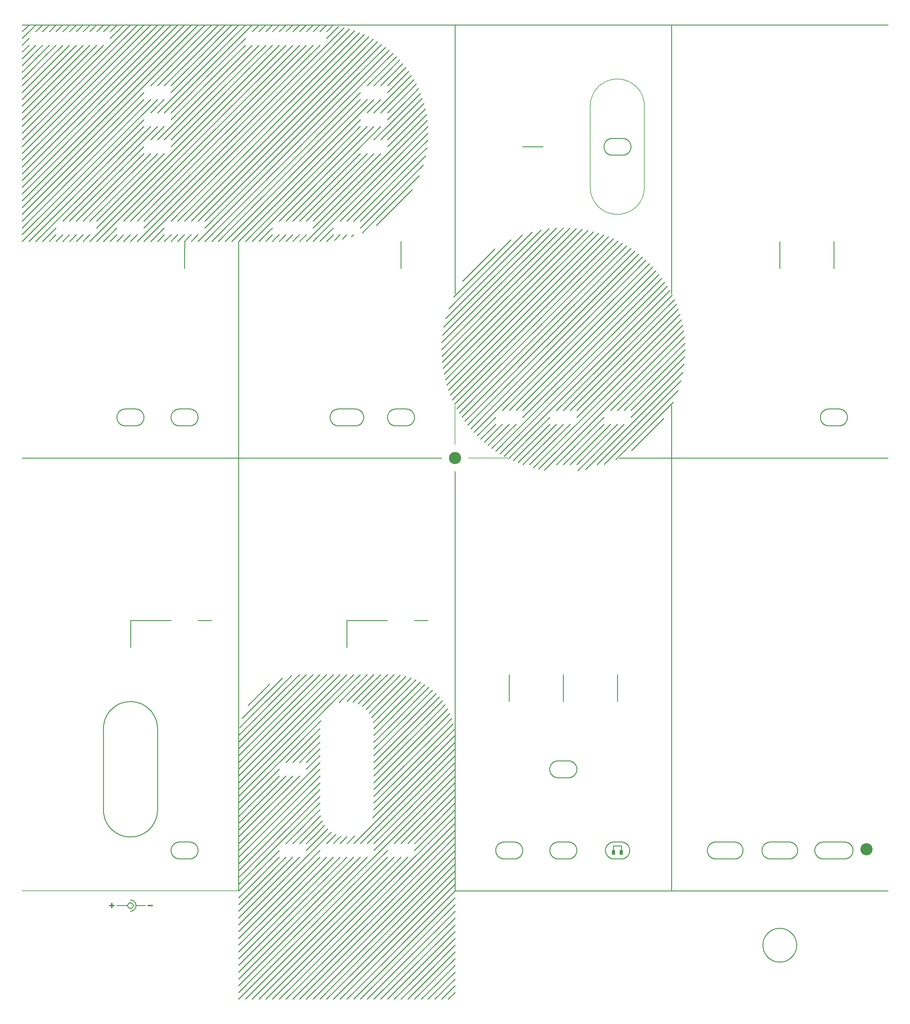
<source format=gtl>
G04 #@! TF.GenerationSoftware,KiCad,Pcbnew,9.0.6*
G04 #@! TF.CreationDate,2026-01-16T17:25:07+01:00*
G04 #@! TF.ProjectId,enclosure-front,656e636c-6f73-4757-9265-2d66726f6e74,rev?*
G04 #@! TF.SameCoordinates,Original*
G04 #@! TF.FileFunction,Copper,L1,Top*
G04 #@! TF.FilePolarity,Positive*
%FSLAX46Y46*%
G04 Gerber Fmt 4.6, Leading zero omitted, Abs format (unit mm)*
G04 Created by KiCad (PCBNEW 9.0.6) date 2026-01-16 17:25:07*
%MOMM*%
%LPD*%
G01*
G04 APERTURE LIST*
%ADD10C,0.247226*%
G04 #@! TA.AperFunction,Conductor*
%ADD11C,0.247226*%
G04 #@! TD*
G04 #@! TA.AperFunction,Conductor*
%ADD12C,0.237840*%
G04 #@! TD*
G04 #@! TA.AperFunction,Conductor*
%ADD13C,0.247116*%
G04 #@! TD*
G04 #@! TA.AperFunction,Conductor*
%ADD14C,0.245918*%
G04 #@! TD*
G04 #@! TA.AperFunction,Conductor*
%ADD15C,0.182262*%
G04 #@! TD*
%ADD16C,0.246184*%
G04 #@! TA.AperFunction,Conductor*
%ADD17C,0.246640*%
G04 #@! TD*
G04 #@! TA.AperFunction,Conductor*
%ADD18C,0.246294*%
G04 #@! TD*
G04 #@! TA.AperFunction,Conductor*
%ADD19C,0.245483*%
G04 #@! TD*
G04 #@! TA.AperFunction,Conductor*
%ADD20C,0.000000*%
G04 #@! TD*
G04 #@! TA.AperFunction,Conductor*
%ADD21C,0.246551*%
G04 #@! TD*
G04 #@! TA.AperFunction,Conductor*
%ADD22C,0.246297*%
G04 #@! TD*
G04 #@! TA.AperFunction,Conductor*
%ADD23C,0.234315*%
G04 #@! TD*
G04 #@! TA.AperFunction,Conductor*
%ADD24C,0.245492*%
G04 #@! TD*
G04 #@! TA.AperFunction,Conductor*
%ADD25C,0.245147*%
G04 #@! TD*
G04 #@! TA.AperFunction,Conductor*
%ADD26C,0.182279*%
G04 #@! TD*
G04 #@! TA.AperFunction,Conductor*
%ADD27C,0.218557*%
G04 #@! TD*
G04 #@! TA.AperFunction,Conductor*
%ADD28C,0.246424*%
G04 #@! TD*
G04 #@! TA.AperFunction,Conductor*
%ADD29C,0.211666*%
G04 #@! TD*
G04 #@! TA.AperFunction,Conductor*
%ADD30C,0.247265*%
G04 #@! TD*
G04 #@! TA.AperFunction,Conductor*
%ADD31C,0.233130*%
G04 #@! TD*
G04 #@! TA.AperFunction,Conductor*
%ADD32C,0.244475*%
G04 #@! TD*
G04 #@! TA.AperFunction,Conductor*
%ADD33C,0.233131*%
G04 #@! TD*
G04 #@! TA.AperFunction,Conductor*
%ADD34C,0.218603*%
G04 #@! TD*
G04 #@! TA.AperFunction,Conductor*
%ADD35C,0.246814*%
G04 #@! TD*
G04 #@! TA.AperFunction,Conductor*
%ADD36C,0.205740*%
G04 #@! TD*
G04 #@! TA.AperFunction,ComponentPad*
%ADD37C,3.600000*%
G04 #@! TD*
G04 APERTURE END LIST*
D10*
X79999374Y-274000122D02*
X83686064Y-270313468D01*
X85943517Y-268056047D01*
X88200943Y-265798615D01*
D11*
G04 #@! TO.N,GND*
X115999504Y-276007568D02*
X128009109Y-264000061D01*
D10*
X-517Y-78000038D02*
X18158590Y-59841006D01*
X23288268Y-54711340D01*
X34643944Y-43355694D01*
X45999645Y-32000046D01*
X63999580Y-318000153D02*
X82407551Y-299594833D01*
X105163158Y-276842600D01*
X117262161Y-264745412D01*
X128009109Y-254000076D01*
X29999460Y-90000015D02*
X50964777Y-69034724D01*
X55777263Y-64222249D01*
X68888400Y-51111142D01*
X81999512Y-38000038D01*
D12*
X191999969Y-144478531D02*
X191999969Y-288000061D01*
D11*
X122004303Y-320000122D02*
X127999672Y-314000122D01*
X63999580Y-96000008D02*
X63999954Y-96000092D01*
D10*
X43999508Y-50000015D02*
X48678927Y-45320560D01*
X53130386Y-40869118D01*
X57564938Y-36434583D01*
X61999443Y-32000046D01*
X111999489Y-278000092D02*
X101657723Y-288341889D01*
X91266146Y-298733441D01*
X80632785Y-309366776D01*
X69999474Y-320000122D01*
X144478378Y-95521393D02*
X136263040Y-103736677D01*
X131903130Y-108096549D01*
X127543243Y-112456421D01*
D13*
X148000107Y-68000114D02*
X154018402Y-68000114D01*
D10*
X63999580Y-264000061D02*
X67231178Y-260768429D01*
X69931039Y-258068499D01*
X72965175Y-255034285D01*
X75999359Y-252000076D01*
X104687401Y-91312103D02*
X108640865Y-87358628D01*
X114292318Y-81707265D01*
X115343987Y-80655617D01*
D11*
X128009109Y-290000122D02*
X97999565Y-320000122D01*
D10*
X-517Y-34000038D02*
X752628Y-33246953D01*
X984735Y-33014856D01*
X1492165Y-32507450D01*
X1999619Y-32000046D01*
X95999565Y-320000122D02*
X107237340Y-308765703D01*
X112946264Y-303058464D01*
X120477674Y-295529279D01*
X128009109Y-288000092D01*
X49999401Y-90000015D02*
X70500759Y-69498718D01*
X101079134Y-38920321D01*
X103829575Y-36169876D01*
D14*
X226908656Y-273511482D02*
X227035201Y-273521104D01*
X227159906Y-273536950D01*
X227282615Y-273558862D01*
X227403170Y-273586685D01*
X227521414Y-273620261D01*
X227637193Y-273659435D01*
X227750348Y-273704050D01*
X227860723Y-273753948D01*
X227968163Y-273808974D01*
X228072510Y-273868971D01*
X228173607Y-273933782D01*
X228271299Y-274003252D01*
X228365429Y-274077222D01*
X228455840Y-274155537D01*
X228542376Y-274238041D01*
X228624879Y-274324576D01*
X228703195Y-274414986D01*
X228777165Y-274509115D01*
X228846634Y-274606806D01*
X228911445Y-274707902D01*
X228971441Y-274812246D01*
X229026467Y-274919684D01*
X229076365Y-275030056D01*
X229120978Y-275143209D01*
X229160152Y-275258983D01*
X229193728Y-275377224D01*
X229221550Y-275497774D01*
X229243462Y-275620477D01*
X229259307Y-275745177D01*
X229268929Y-275871716D01*
X229272171Y-275999939D01*
X229272171Y-276000275D01*
X229268929Y-276128497D01*
X229259307Y-276255037D01*
X229243462Y-276379738D01*
X229221550Y-276502442D01*
X229193728Y-276622994D01*
X229160152Y-276741236D01*
X229120978Y-276857013D01*
X229076365Y-276970167D01*
X229026467Y-277080542D01*
X228971441Y-277187981D01*
X228911445Y-277292329D01*
X228846634Y-277393427D01*
X228777165Y-277491121D01*
X228703195Y-277585252D01*
X228624879Y-277675665D01*
X228542376Y-277762203D01*
X228455840Y-277844710D01*
X228365429Y-277923028D01*
X228271299Y-277997001D01*
X228173607Y-278066473D01*
X228072510Y-278131287D01*
X227968163Y-278191286D01*
X227860723Y-278246315D01*
X227750348Y-278296216D01*
X227637193Y-278340832D01*
X227521414Y-278380008D01*
X227403170Y-278413586D01*
X227282615Y-278441410D01*
X227159906Y-278463323D01*
X227035201Y-278479170D01*
X226908656Y-278488793D01*
X226780426Y-278492035D01*
X221219620Y-278492035D01*
X221091402Y-278488793D01*
X220964867Y-278479170D01*
X220840171Y-278463323D01*
X220717470Y-278441410D01*
X220596921Y-278413586D01*
X220478681Y-278380008D01*
X220362906Y-278340832D01*
X220249753Y-278296216D01*
X220139379Y-278246315D01*
X220031940Y-278191286D01*
X219927593Y-278131287D01*
X219826494Y-278066473D01*
X219728800Y-277997001D01*
X219634667Y-277923028D01*
X219544253Y-277844710D01*
X219457714Y-277762203D01*
X219375206Y-277675665D01*
X219296886Y-277585252D01*
X219222911Y-277491121D01*
X219153438Y-277393427D01*
X219088622Y-277292329D01*
X219028620Y-277187981D01*
X218973590Y-277080542D01*
X218923687Y-276970167D01*
X218879069Y-276857013D01*
X218839892Y-276741236D01*
X218806312Y-276622994D01*
X218778487Y-276502442D01*
X218756572Y-276379738D01*
X218740725Y-276255037D01*
X218731102Y-276128497D01*
X218727859Y-276000275D01*
X218727859Y-275999939D01*
X218731102Y-275871716D01*
X218740725Y-275745177D01*
X218756572Y-275620477D01*
X218778487Y-275497774D01*
X218806312Y-275377224D01*
X218839892Y-275258983D01*
X218879069Y-275143209D01*
X218923687Y-275030056D01*
X218973590Y-274919684D01*
X219028620Y-274812246D01*
X219088622Y-274707902D01*
X219153438Y-274606806D01*
X219222911Y-274509115D01*
X219296886Y-274414986D01*
X219375206Y-274324576D01*
X219457714Y-274238041D01*
X219544253Y-274155537D01*
X219634667Y-274077222D01*
X219728800Y-274003252D01*
X219826494Y-273933782D01*
X219927593Y-273868971D01*
X220031940Y-273808974D01*
X220139379Y-273753948D01*
X220249753Y-273704050D01*
X220362906Y-273659435D01*
X220478681Y-273620261D01*
X220596921Y-273586685D01*
X220717470Y-273558862D01*
X220840171Y-273536950D01*
X220964867Y-273521104D01*
X221091402Y-273511482D01*
X221219620Y-273508240D01*
X226780426Y-273508240D01*
X226908656Y-273511482D01*
D10*
X171956680Y-94043030D02*
X126041328Y-139958481D01*
X126041267Y-139958542D01*
D11*
X99999573Y-274005463D02*
X128009109Y-246000092D01*
D10*
X177999466Y-150000092D02*
X174041771Y-153957856D01*
X168604836Y-159394790D01*
X164237122Y-163762497D01*
D11*
X-82Y-32000046D02*
X255999908Y-32000046D01*
D10*
X127999672Y-316000153D02*
X126077214Y-317922466D01*
X125038296Y-318961297D01*
X123999405Y-320000122D01*
X153366470Y-92633072D02*
X147031278Y-98968331D01*
X138866784Y-107132825D01*
X131747703Y-114251902D01*
X128188185Y-117811441D01*
X124628693Y-121370979D01*
D11*
X27163069Y-292379761D02*
X25835890Y-292379761D01*
X25835890Y-292203369D01*
X27163069Y-292203369D01*
X27163069Y-292379761D01*
G04 #@! TA.AperFunction,Conductor*
G36*
X27163069Y-292379761D02*
G01*
X25835890Y-292379761D01*
X25835890Y-292203369D01*
X27163069Y-292203369D01*
X27163069Y-292379761D01*
G37*
G04 #@! TD.AperFunction*
D10*
X63999580Y-260000061D02*
X80903930Y-243095698D01*
X90451739Y-233547871D01*
X99999573Y-224000046D01*
D11*
X33643681Y-292291565D02*
X36381046Y-292291565D01*
X51999535Y-90000015D02*
X105071487Y-36928066D01*
D10*
X128009109Y-274000122D02*
X114776678Y-287229739D01*
X95928664Y-306073849D01*
X81999512Y-320000122D01*
X91999550Y-224000046D02*
X81252765Y-234746858D01*
X78423805Y-237575819D01*
X71211679Y-244787947D01*
X63999580Y-252000076D01*
X79677559Y-224322021D02*
X75723802Y-228275791D01*
X72202821Y-231796737D01*
X68268026Y-235731495D01*
X64333282Y-239666260D01*
X103999458Y-66000061D02*
X107838462Y-62161034D01*
X110657361Y-59342151D01*
X114219228Y-55780302D01*
X117781044Y-52218452D01*
X23999567Y-96000008D02*
X25517080Y-94482456D01*
X27448010Y-92551574D01*
X27969278Y-92030326D01*
X27999582Y-92000023D01*
X91999550Y-94000015D02*
X91453500Y-94546037D01*
X90983484Y-95016072D01*
X90491537Y-95508038D01*
X89999542Y-96000008D01*
X182287827Y-99711800D02*
X163029595Y-118970103D01*
X156201978Y-125797733D01*
X143961681Y-138038057D01*
X131721405Y-150278381D01*
X73999481Y-94000015D02*
X73334456Y-94665047D01*
X72666987Y-95332525D01*
X72333279Y-95666266D01*
X71999603Y-96000008D01*
X87999535Y-320000122D02*
X102134692Y-305865033D01*
X110205493Y-297794247D01*
X127999672Y-280000122D01*
D11*
X193936218Y-140063599D02*
X172092072Y-161907791D01*
D10*
X19999554Y-96000008D02*
X35500214Y-80499283D01*
X58862433Y-57137081D01*
X77999496Y-38000038D01*
X125999535Y-320000122D02*
X126680978Y-319321907D01*
X127345000Y-318661030D01*
X127677038Y-318330591D01*
X128009109Y-318000153D01*
X63999580Y-258000061D02*
X76014374Y-245985247D01*
X80943467Y-241056159D01*
X89471529Y-232528104D01*
X97999565Y-224000046D01*
X83999390Y-96000008D02*
X95827279Y-84172138D01*
X107799409Y-72200027D01*
X113785500Y-66213972D01*
X119771622Y-60227917D01*
X191476028Y-110523491D02*
X181090529Y-120908961D01*
X167428510Y-134571031D01*
X154974348Y-147025243D01*
X148747244Y-153252346D01*
X142520111Y-159479446D01*
X41999500Y-66000061D02*
X55540470Y-52459069D01*
X62769984Y-45229554D01*
X69999474Y-38000038D01*
D11*
X115999908Y-208000061D02*
X119999985Y-208000061D01*
D10*
X77999496Y-32017231D02*
X77223953Y-32786050D01*
X77019021Y-32989212D01*
X76509202Y-33494625D01*
X75999359Y-34000038D01*
D11*
X81999512Y-90000015D02*
X101999451Y-70000061D01*
D10*
X85999527Y-96000008D02*
X95276522Y-86722978D01*
X103023929Y-78975582D01*
X111502509Y-70497015D01*
X119981041Y-62018448D01*
X63999580Y-284000122D02*
X65584490Y-282415211D01*
X76792055Y-271207625D01*
X87999535Y-260000061D01*
X19999554Y-32000046D02*
X19260177Y-32739359D01*
X18984778Y-33014747D01*
X18492109Y-33507393D01*
X17999416Y-34000038D01*
D11*
X103999458Y-250000076D02*
X123347893Y-230651627D01*
D10*
X81999512Y-32000046D02*
X81260135Y-32739359D01*
X80984736Y-33014747D01*
X80492067Y-33507393D01*
X79999374Y-34000038D01*
D11*
X37999489Y-96000008D02*
X41999500Y-92000023D01*
D10*
X174816193Y-95183563D02*
X156169818Y-113829935D01*
X149236859Y-120762905D01*
X127192879Y-142806900D01*
D15*
X127999962Y-144478531D02*
X127999962Y-156000000D01*
D11*
X37999489Y-66000061D02*
X41999500Y-62000072D01*
D10*
X83999390Y-38000038D02*
X66334377Y-55665099D01*
X49166965Y-72832559D01*
X40583231Y-81416288D01*
X31999466Y-90000015D01*
D11*
X-517Y-42000027D02*
X3999497Y-38000038D01*
D10*
X11999525Y-34000038D02*
X12749849Y-33249768D01*
X13886869Y-32112716D01*
X13999533Y-32000046D01*
X35999481Y-96000008D02*
X59360968Y-72638569D01*
X66235263Y-65764279D01*
X82255703Y-49743855D01*
X98276169Y-33723434D01*
D11*
X107999474Y-58000084D02*
X116525955Y-49473640D01*
X173999451Y-150000092D02*
X161999664Y-162000061D01*
D10*
X141999588Y-150000092D02*
X140481339Y-151518365D01*
X138558222Y-153441517D01*
X137596691Y-154403094D01*
X136635193Y-155364670D01*
X155999512Y-150000092D02*
X151763918Y-154235727D01*
X150189081Y-155810593D01*
X145181702Y-160818039D01*
X47999523Y-90000015D02*
X71764108Y-66235443D01*
X102518288Y-35481277D01*
X128009109Y-252000076D02*
X123937422Y-256071117D01*
X113968399Y-266038571D01*
X108983915Y-271022301D01*
X103999458Y-276006042D01*
X77999496Y-274000122D02*
X81411214Y-270588408D01*
X83014995Y-268984612D01*
X85507253Y-266492334D01*
X87999535Y-264000061D01*
X103999458Y-50000015D02*
X106036297Y-47963146D01*
X109042310Y-44957198D01*
X111621086Y-42378483D01*
X159999527Y-150000092D02*
X154407277Y-155592416D01*
X151221516Y-158778210D01*
X148035782Y-161964005D01*
X39999493Y-58000084D02*
X48575426Y-49424155D01*
X57287485Y-40712101D01*
X61643488Y-36356073D01*
X65999458Y-32000046D01*
X99999573Y-70000061D02*
X94781396Y-75218204D01*
X89702071Y-80297441D01*
X84850699Y-85148728D01*
X79999374Y-90000015D01*
X83999390Y-250000076D02*
X85476550Y-248523002D01*
X86738083Y-247261547D01*
X87368824Y-246630820D01*
X87999535Y-246000092D01*
D11*
X170457672Y-93542137D02*
X125559387Y-138440552D01*
X103622093Y-266377441D02*
X127999672Y-242000107D01*
X239999878Y-104000076D02*
X239999878Y-96000008D01*
D10*
X77999496Y-250000076D02*
X81421798Y-246577808D01*
X83243814Y-244755791D01*
X85621663Y-242377941D01*
X87999535Y-240000092D01*
D16*
X33643551Y-292291779D02*
X33643511Y-292280200D01*
X33643391Y-292268631D01*
X33643192Y-292257071D01*
X33642912Y-292245520D01*
X33642553Y-292233980D01*
X33642114Y-292222450D01*
X33641596Y-292210930D01*
X33640998Y-292199421D01*
X33640321Y-292187923D01*
X33639565Y-292176437D01*
X33638729Y-292164962D01*
X33637814Y-292153499D01*
X33636819Y-292142049D01*
X33635746Y-292130611D01*
X33634593Y-292119185D01*
X33633362Y-292107773D01*
X33632051Y-292096375D01*
X33630662Y-292084990D01*
X33629194Y-292073620D01*
X33627647Y-292062264D01*
X33626022Y-292050922D01*
X33624318Y-292039596D01*
X33622535Y-292028285D01*
X33620674Y-292016990D01*
X33618735Y-292005711D01*
X33616718Y-291994449D01*
X33614622Y-291983204D01*
X33612448Y-291971975D01*
X33610196Y-291960764D01*
X33607867Y-291949572D01*
X33605459Y-291938397D01*
X33602974Y-291927241D01*
X33600411Y-291916104D01*
X33597770Y-291904987D01*
X33595052Y-291893889D01*
X33592257Y-291882811D01*
X33589385Y-291871754D01*
X33586435Y-291860718D01*
X33583408Y-291849704D01*
X33580305Y-291838711D01*
X33577124Y-291827740D01*
X33573867Y-291816792D01*
X33570534Y-291805867D01*
X33567123Y-291794965D01*
X33563637Y-291784087D01*
X33560074Y-291773233D01*
X33556436Y-291762404D01*
X33552721Y-291751600D01*
X33548931Y-291740822D01*
X33545065Y-291730069D01*
X33541124Y-291719343D01*
X33537107Y-291708644D01*
X33533015Y-291697972D01*
X33528849Y-291687327D01*
X33524607Y-291676711D01*
X33520291Y-291666124D01*
X33515900Y-291655565D01*
X33511435Y-291645037D01*
X33506896Y-291634538D01*
X33502283Y-291624070D01*
X33497596Y-291613632D01*
X33492836Y-291603226D01*
X33488002Y-291592852D01*
X33483095Y-291582511D01*
X33478116Y-291572202D01*
X33473063Y-291561926D01*
X33467938Y-291551684D01*
X33462741Y-291541477D01*
X33457472Y-291531304D01*
X33452131Y-291521167D01*
X33446719Y-291511065D01*
X33441235Y-291501000D01*
X33435680Y-291490971D01*
X33430055Y-291480980D01*
X33424358Y-291471026D01*
X33418592Y-291461110D01*
X33412756Y-291451233D01*
X33406849Y-291441396D01*
X33400874Y-291431598D01*
X33394829Y-291421840D01*
X33388715Y-291412123D01*
X33382533Y-291402447D01*
X33376283Y-291392812D01*
X33369964Y-291383220D01*
X33363578Y-291373671D01*
X33357125Y-291364165D01*
X33350605Y-291354702D01*
X33344018Y-291345284D01*
X33337364Y-291335910D01*
X33330645Y-291326582D01*
X33323860Y-291317299D01*
X33317009Y-291308062D01*
X33310094Y-291298872D01*
X33303114Y-291289729D01*
X33296070Y-291280634D01*
X33288961Y-291271587D01*
X33281790Y-291262589D01*
X33274555Y-291253639D01*
X33267258Y-291244740D01*
X33259898Y-291235890D01*
X33252476Y-291227091D01*
X33244992Y-291218343D01*
X33237448Y-291209646D01*
X33229842Y-291201002D01*
X33222177Y-291192410D01*
X33214451Y-291183871D01*
X33206666Y-291175386D01*
X33198822Y-291166954D01*
X33190919Y-291158577D01*
X33182957Y-291150254D01*
X33174938Y-291141987D01*
X33166862Y-291133776D01*
X33158728Y-291125621D01*
X33154641Y-291121564D01*
X33150539Y-291117522D01*
X33146423Y-291113494D01*
X33142293Y-291109480D01*
X33138149Y-291105481D01*
X33133991Y-291101496D01*
X33129820Y-291097526D01*
X33125634Y-291093570D01*
X33121436Y-291089629D01*
X33117223Y-291085703D01*
X33112997Y-291081791D01*
X33108757Y-291077894D01*
X33104504Y-291074012D01*
X33100238Y-291070144D01*
X33095958Y-291066292D01*
X33091665Y-291062455D01*
X33087359Y-291058632D01*
X33083040Y-291054825D01*
X33078708Y-291051033D01*
X33074362Y-291047255D01*
X33070004Y-291043494D01*
X33065632Y-291039747D01*
X33061248Y-291036016D01*
X33056851Y-291032300D01*
X33052442Y-291028600D01*
X33048019Y-291024915D01*
X33043584Y-291021246D01*
X33039137Y-291017592D01*
X33034677Y-291013954D01*
X33030204Y-291010331D01*
X33025720Y-291006724D01*
X33021222Y-291003133D01*
X33016713Y-290999558D01*
X33012191Y-290995999D01*
X33007658Y-290992455D01*
X33003112Y-290988928D01*
X32998554Y-290985416D01*
X32993984Y-290981921D01*
X32989403Y-290978442D01*
X32984809Y-290974978D01*
X32980205Y-290971532D01*
X32975587Y-290968101D01*
X32970959Y-290964687D01*
X32966319Y-290961288D01*
X32961668Y-290957907D01*
X32957004Y-290954541D01*
X32952330Y-290951193D01*
X32947644Y-290947860D01*
X32942948Y-290944544D01*
X32938239Y-290941245D01*
X32933520Y-290937962D01*
X32928789Y-290934696D01*
X32924049Y-290931447D01*
X32919296Y-290928214D01*
X32914533Y-290924999D01*
X32909759Y-290921800D01*
X32904974Y-290918618D01*
X32900178Y-290915453D01*
X32895373Y-290912305D01*
X32890555Y-290909174D01*
X32885729Y-290906060D01*
X32880890Y-290902962D01*
X32876043Y-290899883D01*
X32871184Y-290896820D01*
X32866316Y-290893774D01*
X32861437Y-290890746D01*
X32856548Y-290887735D01*
X32851648Y-290884741D01*
X32846740Y-290881765D01*
X32841820Y-290878805D01*
X32836892Y-290875864D01*
X32831953Y-290872939D01*
X32827005Y-290870033D01*
X32822046Y-290867143D01*
X32817079Y-290864272D01*
X32812101Y-290861417D01*
X32807114Y-290858581D01*
X32802117Y-290855761D01*
X32797112Y-290852961D01*
X32792097Y-290850177D01*
X32787073Y-290847411D01*
X32782039Y-290844663D01*
X32776997Y-290841933D01*
X32771944Y-290839220D01*
X32766884Y-290836526D01*
X32761813Y-290833849D01*
X32756735Y-290831191D01*
X32751647Y-290828550D01*
X32746552Y-290825927D01*
X32741446Y-290823322D01*
X32736333Y-290820736D01*
X32731210Y-290818167D01*
X32726080Y-290815617D01*
X32720940Y-290813084D01*
X32715793Y-290810570D01*
X32710636Y-290808074D01*
X32705472Y-290805596D01*
X32700299Y-290803136D01*
X32695119Y-290800696D01*
X32689929Y-290798272D01*
X32684733Y-290795868D01*
X32679527Y-290793481D01*
X32674315Y-290791114D01*
X32669094Y-290788764D01*
X32663866Y-290786433D01*
X32658629Y-290784120D01*
X32653386Y-290781826D01*
X32648133Y-290779550D01*
X32642875Y-290777294D01*
X32637607Y-290775055D01*
X32632334Y-290772835D01*
X32627051Y-290770633D01*
X32621763Y-290768451D01*
X32616466Y-290766286D01*
X32611164Y-290764141D01*
X32605852Y-290762014D01*
X32600535Y-290759906D01*
X32595209Y-290757816D01*
X32589878Y-290755746D01*
X32584538Y-290753694D01*
X32579194Y-290751661D01*
X32573840Y-290749647D01*
X32568482Y-290747652D01*
X32563115Y-290745675D01*
X32557743Y-290743717D01*
X32552363Y-290741778D01*
X32546978Y-290739859D01*
X32541584Y-290737957D01*
X32536186Y-290736076D01*
X32530780Y-290734212D01*
X32525369Y-290732369D01*
X32519951Y-290730543D01*
X32514527Y-290728738D01*
X32509096Y-290726950D01*
X32503661Y-290725183D01*
X32498217Y-290723434D01*
X32492770Y-290721704D01*
X32487314Y-290719993D01*
X32481855Y-290718302D01*
X32476387Y-290716629D01*
X32470916Y-290714976D01*
X32465437Y-290713342D01*
X32459955Y-290711727D01*
X32454465Y-290710131D01*
X32448971Y-290708555D01*
X32443470Y-290706998D01*
X32437965Y-290705460D01*
X32432452Y-290703941D01*
X32426937Y-290702442D01*
X32421414Y-290700961D01*
X32415887Y-290699501D01*
X32410354Y-290698059D01*
X32404817Y-290696637D01*
X32399273Y-290695234D01*
X32393726Y-290693851D01*
X32388172Y-290692486D01*
X32382615Y-290691142D01*
X32377051Y-290689816D01*
X32371484Y-290688510D01*
X32365910Y-290687224D01*
X32360334Y-290685957D01*
X32354750Y-290684709D01*
X32349164Y-290683481D01*
X32343571Y-290682272D01*
X32337976Y-290681083D01*
X32332374Y-290679913D01*
X32326770Y-290678763D01*
X32321159Y-290677632D01*
X32315545Y-290676521D01*
X32309925Y-290675429D01*
X32304304Y-290674357D01*
X32298675Y-290673305D01*
X32293044Y-290672272D01*
X32287407Y-290671258D01*
X32281769Y-290670265D01*
X32276123Y-290669290D01*
X32270476Y-290668336D01*
X32264823Y-290667401D01*
X32259168Y-290666485D01*
X32253506Y-290665589D01*
X32247843Y-290664714D01*
X32242174Y-290663857D01*
X32236504Y-290663020D01*
X32230827Y-290662203D01*
X32225149Y-290661406D01*
X32219465Y-290660628D01*
X32213779Y-290659870D01*
X32208088Y-290659132D01*
X32202395Y-290658414D01*
X32196696Y-290657715D01*
X32190997Y-290657036D01*
X32185291Y-290656376D01*
X32179585Y-290655737D01*
X32173873Y-290655117D01*
X32168160Y-290654517D01*
X32162441Y-290653937D01*
X32156721Y-290653377D01*
X32150996Y-290652836D01*
X32145270Y-290652315D01*
X32139538Y-290651814D01*
X32133806Y-290651333D01*
X32128068Y-290650872D01*
X32122329Y-290650430D01*
X32116586Y-290650008D01*
X32110841Y-290649607D01*
X32105092Y-290649225D01*
X32099342Y-290648863D01*
X32093586Y-290648521D01*
X32087831Y-290648198D01*
X32082070Y-290647896D01*
X32076309Y-290647614D01*
X32070542Y-290647351D01*
X32064776Y-290647108D01*
X32059004Y-290646886D01*
X32053233Y-290646683D01*
X32047456Y-290646500D01*
X32041679Y-290646337D01*
X32035897Y-290646194D01*
X32030116Y-290646071D01*
X32024329Y-290645968D01*
X32018543Y-290645885D01*
X32012751Y-290645822D01*
X32006960Y-290645779D01*
X32001164Y-290645756D01*
X31997398Y-290645752D01*
D10*
X11999525Y-32000046D02*
X11354204Y-32645375D01*
X10676882Y-33322706D01*
X10338248Y-33661372D01*
X9999647Y-34000038D01*
X107999474Y-50000015D02*
X109811136Y-48188352D01*
X111616034Y-46383452D01*
X112518456Y-45481003D01*
X113420845Y-44578552D01*
D11*
X159999954Y-232000122D02*
X159999954Y-224000046D01*
X188277390Y-105722290D02*
X147999481Y-146000092D01*
D10*
X147912155Y-94087471D02*
X140810624Y-101188998D01*
X126100304Y-115899300D01*
X39999493Y-66000061D02*
X50238977Y-55760617D01*
X54355908Y-51643688D01*
X61177740Y-44821864D01*
X67999596Y-38000038D01*
D11*
X103999458Y-256000061D02*
X125799294Y-234200363D01*
X85999527Y-92000023D02*
X119523575Y-58476078D01*
D10*
X113999496Y-274000122D02*
X119858263Y-268141396D01*
X123928953Y-264070729D01*
X127999672Y-260000061D01*
X100543602Y-93455940D02*
X105233113Y-88766424D01*
X108859010Y-85140561D01*
X113136019Y-80863588D01*
X117412979Y-76586617D01*
X176178253Y-95821281D02*
X163746212Y-108253394D01*
X152263702Y-119735921D01*
X140054666Y-131944976D01*
X127845680Y-144154037D01*
X89999542Y-32017231D02*
X89242083Y-32768185D01*
X88984020Y-33024020D01*
X88491766Y-33512029D01*
X87999535Y-34000038D01*
X63999580Y-286000092D02*
X69538057Y-280461613D01*
X78768830Y-271230832D01*
X87999535Y-262000061D01*
X83999390Y-320000122D02*
X106377210Y-297627244D01*
X128009109Y-276000122D01*
D11*
X11999525Y-38000038D02*
X-517Y-50000015D01*
D17*
X32060314Y-216000046D02*
X32060314Y-208000061D01*
D10*
X81999512Y-274000122D02*
X84293327Y-271706331D01*
X86149925Y-269849714D01*
X88702072Y-267297546D01*
X93999557Y-278004639D02*
X89955686Y-282047876D01*
X76977589Y-295023956D01*
X70488570Y-301512003D01*
X63999580Y-308000061D01*
D11*
X119999390Y-320000122D02*
X127999672Y-312000153D01*
D10*
X51999535Y-96000008D02*
X73217182Y-74782343D01*
X79560555Y-68438973D01*
X94060953Y-53938578D01*
X108561325Y-39438183D01*
D11*
X91999550Y-320000122D02*
X127999672Y-284000122D01*
D10*
X167279190Y-92720703D02*
X153279707Y-106720173D01*
X139013064Y-120986804D01*
X131879771Y-128120119D01*
X124746513Y-135253433D01*
X45999645Y-90000015D02*
X67596541Y-68403084D01*
X73579224Y-62420400D01*
X87369027Y-48630590D01*
X101158806Y-34840782D01*
X192482162Y-143517410D02*
X186233530Y-149766064D01*
X180872279Y-155127330D01*
X178191679Y-157807964D01*
X175511108Y-160488602D01*
X27999582Y-94000015D02*
X27213212Y-94786319D01*
X26969975Y-95029546D01*
X25999445Y-96000008D01*
D11*
X175999588Y-150000092D02*
X163999802Y-162000061D01*
D10*
X27999582Y-32000046D02*
X27257513Y-32742052D01*
X26988443Y-33011111D01*
X26493956Y-33505575D01*
X25999445Y-34000038D01*
X3999497Y-32000046D02*
X2493345Y-33506181D01*
X1968956Y-34030574D01*
X984232Y-35015306D01*
X-517Y-36000038D01*
X49999401Y-96000008D02*
X50982373Y-95017104D01*
X51490942Y-94508560D01*
X51999535Y-94000015D01*
D18*
X241636529Y-145511451D02*
X241763074Y-145521074D01*
X241887778Y-145536920D01*
X242010486Y-145558833D01*
X242131041Y-145586656D01*
X242249286Y-145620234D01*
X242365065Y-145659408D01*
X242478221Y-145704024D01*
X242588597Y-145753923D01*
X242696038Y-145808950D01*
X242800386Y-145868948D01*
X242901485Y-145933761D01*
X242999179Y-146003231D01*
X243093310Y-146077203D01*
X243183723Y-146155519D01*
X243270260Y-146238024D01*
X243352765Y-146324560D01*
X243431083Y-146414971D01*
X243505055Y-146509101D01*
X243574526Y-146606792D01*
X243639338Y-146707889D01*
X243699337Y-146812234D01*
X243754364Y-146919672D01*
X243804263Y-147030045D01*
X243848878Y-147143198D01*
X243888053Y-147258972D01*
X243921630Y-147377213D01*
X243949453Y-147497763D01*
X243971366Y-147620465D01*
X243987212Y-147745164D01*
X243996834Y-147871702D01*
X244000076Y-147999924D01*
X244000076Y-148000275D01*
X243996834Y-148128496D01*
X243987212Y-148255034D01*
X243971366Y-148379733D01*
X243949453Y-148502436D01*
X243921630Y-148622986D01*
X243888053Y-148741226D01*
X243848878Y-148857001D01*
X243804263Y-148970153D01*
X243754364Y-149080526D01*
X243699337Y-149187964D01*
X243639338Y-149292309D01*
X243574526Y-149393406D01*
X243505055Y-149491098D01*
X243431083Y-149585227D01*
X243352765Y-149675638D01*
X243270260Y-149762175D01*
X243183723Y-149844679D01*
X243093310Y-149922996D01*
X242999179Y-149996967D01*
X242901485Y-150066438D01*
X242800386Y-150131250D01*
X242696038Y-150191248D01*
X242588597Y-150246275D01*
X242478221Y-150296175D01*
X242365065Y-150340790D01*
X242249286Y-150379965D01*
X242131041Y-150413542D01*
X242010486Y-150441365D01*
X241887778Y-150463278D01*
X241763074Y-150479124D01*
X241636529Y-150488747D01*
X241508301Y-150491989D01*
X238491821Y-150491989D01*
X238363597Y-150488747D01*
X238237056Y-150479124D01*
X238112354Y-150463278D01*
X237989648Y-150441365D01*
X237869094Y-150413542D01*
X237750850Y-150379965D01*
X237635072Y-150340790D01*
X237521916Y-150296175D01*
X237411539Y-150246275D01*
X237304097Y-150191248D01*
X237199748Y-150131250D01*
X237098647Y-150066438D01*
X237000952Y-149996967D01*
X236906819Y-149922996D01*
X236816404Y-149844679D01*
X236729864Y-149762175D01*
X236647356Y-149675638D01*
X236569036Y-149585227D01*
X236495061Y-149491098D01*
X236425588Y-149393406D01*
X236360772Y-149292309D01*
X236300771Y-149187964D01*
X236245742Y-149080526D01*
X236195840Y-148970153D01*
X236151222Y-148857001D01*
X236112046Y-148741226D01*
X236078467Y-148622986D01*
X236050642Y-148502436D01*
X236028727Y-148379733D01*
X236012881Y-148255034D01*
X236003258Y-148128496D01*
X236000015Y-148000275D01*
X236000015Y-147999924D01*
X236003258Y-147871702D01*
X236012881Y-147745164D01*
X236028727Y-147620465D01*
X236050642Y-147497763D01*
X236078467Y-147377213D01*
X236112046Y-147258972D01*
X236151222Y-147143198D01*
X236195840Y-147030045D01*
X236245742Y-146919672D01*
X236300771Y-146812234D01*
X236360772Y-146707889D01*
X236425588Y-146606792D01*
X236495061Y-146509101D01*
X236569036Y-146414971D01*
X236647356Y-146324560D01*
X236729864Y-146238024D01*
X236816404Y-146155519D01*
X236906819Y-146077203D01*
X237000952Y-146003231D01*
X237098647Y-145933761D01*
X237199748Y-145868948D01*
X237304097Y-145808950D01*
X237411539Y-145753923D01*
X237521916Y-145704024D01*
X237635072Y-145659408D01*
X237750850Y-145620234D01*
X237869094Y-145586656D01*
X237989648Y-145558833D01*
X238112354Y-145536920D01*
X238237056Y-145521074D01*
X238363597Y-145511451D01*
X238491821Y-145508209D01*
X241508301Y-145508209D01*
X241636529Y-145511451D01*
D10*
X189963196Y-108036308D02*
X176696948Y-121302616D01*
X156473782Y-141525758D01*
X140042603Y-157956909D01*
X63999580Y-304000061D02*
X70934977Y-297064605D01*
X81486834Y-286512772D01*
X89999542Y-278000092D01*
D19*
X177257012Y-273511482D02*
X177383557Y-273521104D01*
X177508261Y-273536950D01*
X177630968Y-273558862D01*
X177751523Y-273586685D01*
X177869767Y-273620261D01*
X177985545Y-273659435D01*
X178098700Y-273704050D01*
X178209075Y-273753948D01*
X178316514Y-273808974D01*
X178420861Y-273868971D01*
X178521959Y-273933782D01*
X178619651Y-274003252D01*
X178713781Y-274077222D01*
X178804192Y-274155537D01*
X178890728Y-274238041D01*
X178973232Y-274324576D01*
X179051548Y-274414986D01*
X179125519Y-274509115D01*
X179194988Y-274606806D01*
X179259800Y-274707902D01*
X179319797Y-274812246D01*
X179374822Y-274919684D01*
X179424721Y-275030056D01*
X179469335Y-275143209D01*
X179508508Y-275258983D01*
X179542085Y-275377224D01*
X179569907Y-275497774D01*
X179591820Y-275620477D01*
X179607665Y-275745177D01*
X179617287Y-275871716D01*
X179620529Y-275999939D01*
X179620529Y-276000275D01*
X179617287Y-276128497D01*
X179607665Y-276255037D01*
X179591820Y-276379738D01*
X179569907Y-276502442D01*
X179542085Y-276622994D01*
X179508508Y-276741236D01*
X179469335Y-276857013D01*
X179424721Y-276970167D01*
X179374822Y-277080542D01*
X179319797Y-277187981D01*
X179259800Y-277292329D01*
X179194988Y-277393427D01*
X179125519Y-277491121D01*
X179051548Y-277585252D01*
X178973232Y-277675665D01*
X178890728Y-277762203D01*
X178804192Y-277844710D01*
X178713781Y-277923028D01*
X178619651Y-277997001D01*
X178521959Y-278066473D01*
X178420861Y-278131287D01*
X178316514Y-278191286D01*
X178209075Y-278246315D01*
X178098700Y-278296216D01*
X177985545Y-278340832D01*
X177869767Y-278380008D01*
X177751523Y-278413586D01*
X177630968Y-278441410D01*
X177508261Y-278463323D01*
X177383557Y-278479170D01*
X177257012Y-278488793D01*
X177128784Y-278492035D01*
X174949905Y-278492035D01*
X174821684Y-278488793D01*
X174695145Y-278479170D01*
X174570446Y-278463323D01*
X174447742Y-278441410D01*
X174327191Y-278413586D01*
X174208950Y-278380008D01*
X174093174Y-278340832D01*
X173980020Y-278296216D01*
X173869645Y-278246315D01*
X173762205Y-278191286D01*
X173657858Y-278131287D01*
X173556759Y-278066473D01*
X173459066Y-277997001D01*
X173364934Y-277923028D01*
X173274521Y-277844710D01*
X173187983Y-277762203D01*
X173105476Y-277675665D01*
X173027157Y-277585252D01*
X172953184Y-277491121D01*
X172883711Y-277393427D01*
X172818897Y-277292329D01*
X172758897Y-277187981D01*
X172703868Y-277080542D01*
X172653967Y-276970167D01*
X172609350Y-276857013D01*
X172570174Y-276741236D01*
X172536595Y-276622994D01*
X172508771Y-276502442D01*
X172486857Y-276379738D01*
X172471010Y-276255037D01*
X172461388Y-276128497D01*
X172458145Y-276000275D01*
X172458145Y-275999939D01*
X172461388Y-275871716D01*
X172471010Y-275745177D01*
X172486857Y-275620477D01*
X172508771Y-275497774D01*
X172536595Y-275377224D01*
X172570174Y-275258983D01*
X172609350Y-275143209D01*
X172653967Y-275030056D01*
X172703868Y-274919684D01*
X172758897Y-274812246D01*
X172818897Y-274707902D01*
X172883711Y-274606806D01*
X172953184Y-274509115D01*
X173027157Y-274414986D01*
X173105476Y-274324576D01*
X173187983Y-274238041D01*
X173274521Y-274155537D01*
X173364934Y-274077222D01*
X173459066Y-274003252D01*
X173556759Y-273933782D01*
X173657858Y-273868971D01*
X173762205Y-273808974D01*
X173869645Y-273753948D01*
X173980020Y-273704050D01*
X174093174Y-273659435D01*
X174208950Y-273620261D01*
X174327191Y-273586685D01*
X174447742Y-273558862D01*
X174570446Y-273536950D01*
X174695145Y-273521104D01*
X174821684Y-273511482D01*
X174949905Y-273508240D01*
X177128784Y-273508240D01*
X177257012Y-273511482D01*
D11*
X11999525Y-96000008D02*
X13999533Y-94000015D01*
D10*
X63999580Y-320000122D02*
X79446187Y-304553489D01*
X86071658Y-297927991D01*
X97035554Y-286964054D01*
X107999474Y-276000122D01*
X95999565Y-94000015D02*
X95554442Y-94445122D01*
X95123014Y-94876534D01*
X94907274Y-95092240D01*
X94691505Y-95307945D01*
X195935837Y-130063965D02*
X192182516Y-133817236D01*
X186091012Y-139908669D01*
X183045288Y-142954383D01*
X179999603Y-146000092D01*
D11*
X128009109Y-278000092D02*
X85999527Y-320000122D01*
D10*
X128009109Y-244000076D02*
X116210536Y-255796871D01*
X104236076Y-267769584D01*
X97999565Y-274005188D01*
D11*
X33999474Y-32000046D02*
X-517Y-66000061D01*
X155787903Y-92211861D02*
X124251198Y-123748672D01*
D10*
X59999565Y-32000046D02*
X55026082Y-36973445D01*
X47545714Y-44453801D01*
X41999500Y-50000015D01*
D11*
X145999603Y-150000092D02*
X138866837Y-157132919D01*
D10*
X11999525Y-94000015D02*
X11334500Y-94665047D01*
X10667031Y-95332525D01*
X10333323Y-95666266D01*
X9999647Y-96000008D01*
X99999573Y-90000015D02*
X106934821Y-83064757D01*
X110207887Y-79791669D01*
X114752678Y-75246849D01*
X119297493Y-70702026D01*
D11*
X32042093Y-291471771D02*
X32083778Y-291474941D01*
X32124857Y-291480160D01*
X32165279Y-291487378D01*
X32204991Y-291496543D01*
X32243942Y-291507603D01*
X32282081Y-291520507D01*
X32319356Y-291535203D01*
X32355715Y-291551640D01*
X32391107Y-291569766D01*
X32425481Y-291589529D01*
X32458784Y-291610879D01*
X32490965Y-291633762D01*
X32521973Y-291658129D01*
X32551756Y-291683927D01*
X32580262Y-291711105D01*
X32607440Y-291739611D01*
X32633239Y-291769394D01*
X32657606Y-291800402D01*
X32680490Y-291832584D01*
X32701840Y-291865887D01*
X32721604Y-291900261D01*
X32739731Y-291935654D01*
X32756168Y-291972014D01*
X32770865Y-292009290D01*
X32783769Y-292047431D01*
X32794830Y-292086384D01*
X32803995Y-292126098D01*
X32811214Y-292166521D01*
X32816433Y-292207603D01*
X32819603Y-292249291D01*
X32820671Y-292291534D01*
X32819603Y-292333775D01*
X32816433Y-292375461D01*
X32811214Y-292416541D01*
X32803995Y-292456964D01*
X32794830Y-292496677D01*
X32783769Y-292535630D01*
X32770865Y-292573770D01*
X32756168Y-292611046D01*
X32739731Y-292647407D01*
X32721604Y-292682801D01*
X32701840Y-292717176D01*
X32680490Y-292750481D01*
X32657606Y-292782664D01*
X32633239Y-292813674D01*
X32607440Y-292843459D01*
X32580262Y-292871967D01*
X32551756Y-292899147D01*
X32521973Y-292924948D01*
X32490965Y-292949317D01*
X32458784Y-292972203D01*
X32425481Y-292993555D01*
X32391107Y-293013320D01*
X32355715Y-293031449D01*
X32319356Y-293047887D01*
X32282081Y-293062585D01*
X32243942Y-293075491D01*
X32204991Y-293086553D01*
X32165279Y-293095719D01*
X32124857Y-293102938D01*
X32083778Y-293108158D01*
X32042093Y-293111328D01*
X31999853Y-293112396D01*
X31957608Y-293111328D01*
X31915917Y-293108158D01*
X31874833Y-293102938D01*
X31834407Y-293095719D01*
X31794690Y-293086553D01*
X31755735Y-293075491D01*
X31717593Y-293062585D01*
X31680314Y-293047887D01*
X31643952Y-293031449D01*
X31608557Y-293013320D01*
X31574181Y-292993555D01*
X31540876Y-292972203D01*
X31508692Y-292949317D01*
X31477683Y-292924948D01*
X31447898Y-292899147D01*
X31419390Y-292871967D01*
X31392211Y-292843459D01*
X31366411Y-292813674D01*
X31342043Y-292782664D01*
X31319158Y-292750481D01*
X31297807Y-292717176D01*
X31278042Y-292682801D01*
X31259915Y-292647407D01*
X31243478Y-292611046D01*
X31228781Y-292573770D01*
X31215876Y-292535630D01*
X31204815Y-292496677D01*
X31195650Y-292456964D01*
X31188432Y-292416541D01*
X31183212Y-292375461D01*
X31180042Y-292333775D01*
X31178974Y-292291534D01*
X31180042Y-292249291D01*
X31183212Y-292207603D01*
X31188432Y-292166521D01*
X31195650Y-292126098D01*
X31204815Y-292086384D01*
X31215876Y-292047431D01*
X31228781Y-292009290D01*
X31243478Y-291972014D01*
X31259915Y-291935654D01*
X31278042Y-291900261D01*
X31297807Y-291865887D01*
X31319158Y-291832584D01*
X31342043Y-291800402D01*
X31366411Y-291769394D01*
X31392211Y-291739611D01*
X31419390Y-291711105D01*
X31447898Y-291683927D01*
X31477683Y-291658129D01*
X31508692Y-291633762D01*
X31540876Y-291610879D01*
X31574181Y-291589529D01*
X31608557Y-291569766D01*
X31643952Y-291551640D01*
X31680314Y-291535203D01*
X31717593Y-291520507D01*
X31755735Y-291507603D01*
X31794690Y-291496543D01*
X31834407Y-291487378D01*
X31874833Y-291480160D01*
X31915917Y-291474941D01*
X31957608Y-291471771D01*
X31999853Y-291470703D01*
X32042093Y-291471771D01*
D10*
X95999565Y-274000122D02*
X96810320Y-273189391D01*
X97930320Y-272069326D01*
X98308853Y-271690765D01*
D20*
G04 #@! TA.AperFunction,Conductor*
G36*
X177603531Y-277291809D02*
G01*
X176706909Y-277291809D01*
X176706909Y-275964172D01*
X177603531Y-275964172D01*
X177603531Y-277291809D01*
G37*
G04 #@! TD.AperFunction*
D10*
X192170425Y-111829376D02*
X182932477Y-121067256D01*
X170239896Y-133759841D01*
X157999649Y-146000092D01*
X87999535Y-224000046D02*
X78859206Y-233140457D01*
X65553542Y-246446132D01*
X63999580Y-248000092D01*
X63999580Y-242000107D02*
X68782993Y-237216632D01*
X73259663Y-232739954D01*
X77629610Y-228369999D01*
X81999512Y-224000046D01*
X57999428Y-96000008D02*
X69203041Y-84796491D01*
X86538016Y-67461547D01*
X99999573Y-54000004D01*
X63999580Y-246000092D02*
X76047169Y-233952445D01*
X85999527Y-224000046D01*
X-517Y-86000031D02*
X19888446Y-66111037D01*
X27696865Y-58302619D01*
X40848151Y-45151332D01*
X53999413Y-32000046D01*
X3999497Y-96000008D02*
X17049188Y-82950331D01*
X21201075Y-78798457D01*
X29600294Y-70399264D01*
X37999489Y-62000072D01*
X63999580Y-288000092D02*
X67059470Y-284940189D01*
X70431984Y-281567595D01*
X73215650Y-278783860D01*
X75999359Y-276000122D01*
X103999458Y-274000122D02*
X114702245Y-263297416D01*
X121350973Y-256648746D01*
X127999672Y-250000076D01*
X63999580Y-270000153D02*
X75999461Y-258000057D01*
X79999374Y-254000076D01*
D11*
X195580429Y-122419151D02*
X154437729Y-163561996D01*
D10*
X39999493Y-62000072D02*
X28853719Y-73145841D01*
X26058088Y-75941465D01*
X19028795Y-82970740D01*
X11999525Y-90000015D01*
D11*
X81999512Y-96000008D02*
X83999390Y-94000015D01*
D10*
X159999664Y-92000023D02*
X157639777Y-94359925D01*
X140825447Y-111174350D01*
X132418255Y-119581566D01*
X124011032Y-127988785D01*
X168878952Y-93120750D02*
X157070616Y-104929071D01*
X146654044Y-115345675D01*
X135884853Y-126114901D01*
X125115616Y-136884125D01*
X63999580Y-296000061D02*
X71538802Y-288460839D01*
X76769184Y-283230467D01*
X81999512Y-278000092D01*
D11*
X107999474Y-68000061D02*
X119187035Y-56812630D01*
D10*
X63999580Y-262000061D02*
X72543794Y-253455835D01*
X76840128Y-249159476D01*
X82588995Y-243410578D01*
X88337883Y-237661682D01*
X89999542Y-34000038D02*
X90656142Y-33343368D01*
X91633915Y-32365603D01*
X91776047Y-32223476D01*
X139787064Y-98212524D02*
X135272612Y-102727026D01*
X130193848Y-107805847D01*
X41999500Y-96000008D02*
X42766200Y-95271294D01*
X43744185Y-94341857D01*
X43989679Y-94108556D01*
X44103893Y-94000015D01*
X63999580Y-266000061D02*
X67231178Y-262768429D01*
X69931039Y-260068499D01*
X72965175Y-257034285D01*
X75999359Y-254000076D01*
X63999580Y-290000122D02*
X67684154Y-286315490D01*
X70137575Y-283862001D01*
X73068444Y-280931052D01*
X75999359Y-278000092D01*
X83999390Y-274000122D02*
X85315397Y-272684157D01*
X86589164Y-271410377D01*
X88009072Y-269990456D01*
X88719042Y-269280503D01*
X89429031Y-268570557D01*
X31999466Y-32000046D02*
X2285197Y-61714345D01*
X-517Y-64000061D01*
D11*
X83999390Y-252000076D02*
X87999535Y-248000092D01*
D10*
X71999603Y-320000122D02*
X94289204Y-297714220D01*
X114006599Y-278000092D01*
D11*
X-517Y-96000008D02*
X35999481Y-60000080D01*
D10*
X71999603Y-38000038D02*
X58666225Y-51333385D01*
X51332879Y-58666724D01*
X43999508Y-66000061D01*
X-517Y-54000004D02*
X6238836Y-47760692D01*
X7872527Y-46127004D01*
X11936021Y-42063521D01*
X15999539Y-38000038D01*
D11*
X63999580Y-254000076D02*
X93999557Y-224000046D01*
D10*
X103999458Y-258000061D02*
X111519441Y-250480091D01*
X118974033Y-243025512D01*
X122701356Y-239298220D01*
X126428711Y-235570923D01*
X128009109Y-306000031D02*
X124048159Y-309958241D01*
X118975829Y-315027147D01*
X113999496Y-320000122D01*
X99299873Y-232699631D02*
X102437146Y-229562416D01*
X106431045Y-225568495D01*
X107491074Y-224508452D01*
X107999474Y-224000046D01*
X108006065Y-278000092D02*
X85988677Y-300014031D01*
X65999458Y-320000122D01*
D11*
X33643681Y-292291565D02*
X33643551Y-292291779D01*
X189135605Y-106864105D02*
X147999741Y-148000107D01*
D10*
X93999557Y-274000122D02*
X94508707Y-273491002D01*
X95001282Y-272998401D01*
X95500399Y-272499259D01*
X95999565Y-272000122D01*
D11*
X139999710Y-148000107D02*
X134550949Y-153448807D01*
X63999580Y-274000122D02*
X87999535Y-250000076D01*
D10*
X43999508Y-68000061D02*
X51942228Y-60057304D01*
X58971667Y-53027877D01*
X66485599Y-45513958D01*
X73999481Y-38000038D01*
X89999542Y-36000038D02*
X90983593Y-35015986D01*
X91751361Y-34248179D01*
X92641663Y-33357833D01*
X93532013Y-32467487D01*
X33999474Y-96000008D02*
X58138725Y-71860757D01*
X96761528Y-33237953D01*
X63999580Y-276000122D02*
X68956116Y-271043585D01*
X78477861Y-261521829D01*
X83238710Y-256760953D01*
X87999535Y-252000076D01*
X63999580Y-314000122D02*
X78094976Y-299904728D01*
X84594913Y-293404775D01*
X99999573Y-278000092D01*
X91999550Y-274000122D02*
X92560864Y-273438834D01*
X93271535Y-272728101D01*
X93490918Y-272508689D01*
X94200577Y-271798950D01*
X143999466Y-150000092D02*
X141683187Y-152316379D01*
X140866395Y-153133186D01*
X139299871Y-154699733D01*
X137733322Y-156266281D01*
X63999580Y-250000076D02*
X71140002Y-242859578D01*
X81807746Y-232191834D01*
X89999542Y-224000046D01*
X77999496Y-96000008D02*
X78703368Y-95296123D01*
X79351413Y-94648069D01*
X79675409Y-94324042D01*
X79999374Y-94000015D01*
X55999550Y-96000008D02*
X90736411Y-61263164D01*
X99999573Y-52000004D01*
X103999458Y-248000092D02*
X104822976Y-247176575D01*
X113607188Y-238392387D01*
X117999321Y-234000294D01*
X122391487Y-229608200D01*
X65999458Y-36000038D02*
X55142340Y-46857203D01*
X49570912Y-52428644D01*
X43999508Y-58000084D01*
X33999474Y-90000015D02*
X39298827Y-84700659D01*
X62649135Y-61350348D01*
X74324316Y-49675192D01*
X85999527Y-38000038D01*
X-517Y-70000061D02*
X22166151Y-47833388D01*
X37999489Y-32000046D01*
X97792992Y-232206619D02*
X100764674Y-229234928D01*
X103382112Y-226617485D01*
X104690804Y-225308765D01*
X105999466Y-224000046D01*
X87999535Y-38000038D02*
X85150229Y-40849347D01*
X60574900Y-65424682D01*
X48287206Y-77712350D01*
X35999481Y-90000015D01*
X103999458Y-246000092D02*
X113780133Y-236219437D01*
X121352280Y-228647308D01*
X21999432Y-92000023D02*
X42565339Y-71434084D01*
X49746433Y-64252991D01*
X62872908Y-51126513D01*
X75999359Y-38000038D01*
D21*
X27999969Y-292291565D02*
X31189180Y-292291565D01*
D11*
X171999573Y-150000092D02*
X159999786Y-162000061D01*
D10*
X47999908Y-104000008D02*
X48019898Y-100252166D01*
X48042576Y-96000031D01*
X63999580Y-300000092D02*
X68605662Y-295394026D01*
X78302635Y-285697077D01*
X83151097Y-280848602D01*
X87999535Y-276000122D01*
X109999481Y-274000122D02*
X116858485Y-267141129D01*
X118768212Y-265231397D01*
X123388647Y-260610953D01*
X128009109Y-255990509D01*
D11*
X39999493Y-54000004D02*
X-517Y-94000015D01*
D10*
X63999580Y-282000122D02*
X65584490Y-280415211D01*
X76792055Y-269207625D01*
X87999535Y-258000061D01*
X63999580Y-256000061D02*
X83691873Y-236307751D01*
X95999565Y-224000046D01*
D22*
X113636403Y-145511451D02*
X113762944Y-145521074D01*
X113887646Y-145536920D01*
X114010351Y-145558833D01*
X114130904Y-145586656D01*
X114249147Y-145620234D01*
X114364925Y-145659408D01*
X114478080Y-145704024D01*
X114588455Y-145753923D01*
X114695896Y-145808950D01*
X114800244Y-145868948D01*
X114901343Y-145933761D01*
X114999037Y-146003231D01*
X115093169Y-146077203D01*
X115183582Y-146155519D01*
X115270121Y-146238024D01*
X115352627Y-146324560D01*
X115430946Y-146414971D01*
X115504919Y-146509101D01*
X115574391Y-146606792D01*
X115639206Y-146707889D01*
X115699205Y-146812234D01*
X115754234Y-146919672D01*
X115804135Y-147030045D01*
X115848751Y-147143198D01*
X115887927Y-147258972D01*
X115921505Y-147377213D01*
X115949329Y-147497763D01*
X115971243Y-147620465D01*
X115987089Y-147745164D01*
X115996712Y-147871702D01*
X115999954Y-147999924D01*
X115999954Y-148000275D01*
X115996712Y-148128496D01*
X115987089Y-148255034D01*
X115971243Y-148379733D01*
X115949329Y-148502436D01*
X115921505Y-148622986D01*
X115887927Y-148741226D01*
X115848751Y-148857001D01*
X115804135Y-148970153D01*
X115754234Y-149080526D01*
X115699205Y-149187964D01*
X115639206Y-149292309D01*
X115574391Y-149393406D01*
X115504919Y-149491098D01*
X115430946Y-149585227D01*
X115352627Y-149675638D01*
X115270121Y-149762175D01*
X115183582Y-149844679D01*
X115093169Y-149922996D01*
X114999037Y-149996967D01*
X114901343Y-150066438D01*
X114800244Y-150131250D01*
X114695896Y-150191248D01*
X114588455Y-150246275D01*
X114478080Y-150296175D01*
X114364925Y-150340790D01*
X114249147Y-150379965D01*
X114130904Y-150413542D01*
X114010351Y-150441365D01*
X113887646Y-150463278D01*
X113762944Y-150479124D01*
X113636403Y-150488747D01*
X113508179Y-150491989D01*
X110491470Y-150491989D01*
X110363247Y-150488747D01*
X110236706Y-150479124D01*
X110112005Y-150463278D01*
X109989300Y-150441365D01*
X109868748Y-150413542D01*
X109750505Y-150379965D01*
X109634728Y-150340790D01*
X109521574Y-150296175D01*
X109411198Y-150246275D01*
X109303758Y-150191248D01*
X109199411Y-150131250D01*
X109098312Y-150066438D01*
X109000618Y-149996967D01*
X108906486Y-149922996D01*
X108816073Y-149844679D01*
X108729535Y-149762175D01*
X108647029Y-149675638D01*
X108568710Y-149585227D01*
X108494737Y-149491098D01*
X108425265Y-149393406D01*
X108360451Y-149292309D01*
X108300451Y-149187964D01*
X108245423Y-149080526D01*
X108195522Y-148970153D01*
X108150905Y-148857001D01*
X108111730Y-148741226D01*
X108078152Y-148622986D01*
X108050327Y-148502436D01*
X108028414Y-148379733D01*
X108012567Y-148255034D01*
X108002945Y-148128496D01*
X107999702Y-148000275D01*
X107999702Y-147999924D01*
X108002945Y-147871702D01*
X108012567Y-147745164D01*
X108028414Y-147620465D01*
X108050327Y-147497763D01*
X108078152Y-147377213D01*
X108111730Y-147258972D01*
X108150905Y-147143198D01*
X108195522Y-147030045D01*
X108245423Y-146919672D01*
X108300451Y-146812234D01*
X108360451Y-146707889D01*
X108425265Y-146606792D01*
X108494737Y-146509101D01*
X108568710Y-146414971D01*
X108647029Y-146324560D01*
X108729535Y-146238024D01*
X108816073Y-146155519D01*
X108906486Y-146077203D01*
X109000618Y-146003231D01*
X109098312Y-145933761D01*
X109199411Y-145868948D01*
X109303758Y-145808950D01*
X109411198Y-145753923D01*
X109521574Y-145704024D01*
X109634728Y-145659408D01*
X109750505Y-145620234D01*
X109868748Y-145586656D01*
X109989300Y-145558833D01*
X110112005Y-145536920D01*
X110236706Y-145521074D01*
X110363247Y-145511451D01*
X110491470Y-145508209D01*
X113508179Y-145508209D01*
X113636403Y-145511451D01*
D10*
X73166328Y-226833160D02*
X70829376Y-229170208D01*
X67166438Y-232833173D01*
X66821114Y-233178497D01*
X37999489Y-58000084D02*
X39522820Y-56476680D01*
X41767604Y-54231897D01*
X41999500Y-54000004D01*
D17*
X95999931Y-208000061D02*
X107939598Y-208000061D01*
D10*
X71999603Y-32017231D02*
X71043862Y-32964697D01*
X70521681Y-33482368D01*
X69999474Y-34000038D01*
D11*
X63999580Y-306000031D02*
X91999550Y-278000092D01*
D23*
X127999962Y-288000092D02*
X255999924Y-288000092D01*
D10*
X9999647Y-38000038D02*
X7311649Y-40687927D01*
X3167047Y-44832480D01*
X-517Y-48000015D01*
X103999458Y-254000076D02*
X111076108Y-246923393D01*
X114313342Y-243686161D01*
X119686454Y-238313048D01*
X125059540Y-232939926D01*
D11*
X63999580Y-302000061D02*
X87999535Y-278000092D01*
D10*
X195735580Y-132264023D02*
X189549171Y-138450480D01*
X187899706Y-140099950D01*
X183949643Y-144050028D01*
X179999603Y-148000107D01*
D11*
X63999580Y-280000122D02*
X87999535Y-256000061D01*
D10*
X128009109Y-310000153D02*
X122484282Y-315522299D01*
X118004288Y-320000122D01*
D24*
X177155563Y-274708344D02*
X177155563Y-276000031D01*
D10*
X-517Y-82000031D02*
X13842386Y-68157089D01*
X24797829Y-57201653D01*
X37398639Y-44600849D01*
X49999401Y-32000046D01*
X102005135Y-278000092D02*
X90877971Y-289125620D01*
X81561803Y-298440461D01*
X72780713Y-307220300D01*
X63999580Y-316000153D01*
X81999512Y-250000076D02*
X84999523Y-247000077D01*
X87999535Y-244000076D01*
D11*
X101670143Y-234329468D02*
X111786064Y-224213486D01*
D10*
X101999451Y-62000072D02*
X92912928Y-71086672D01*
X79671217Y-84328387D01*
X67999596Y-96000008D01*
X177478561Y-96521133D02*
X164321078Y-109678614D01*
X152278733Y-121721005D01*
X140402969Y-133596815D01*
X128527161Y-145472626D01*
D11*
X48042576Y-96000031D02*
X47999523Y-96000008D01*
D10*
X-517Y-92000023D02*
X13299484Y-78700016D01*
X37999489Y-54000004D01*
X103999458Y-70000061D02*
X96811906Y-77187586D01*
X93419710Y-80579752D01*
X88709539Y-85289884D01*
X83999390Y-90000015D01*
D11*
X128009109Y-288000092D02*
X127999962Y-288000092D01*
D10*
X29999460Y-32000046D02*
X28493308Y-33506181D01*
X27976640Y-34022854D01*
X26988054Y-35011446D01*
X25999445Y-36000038D01*
X128009109Y-294000092D02*
X122736941Y-299270262D01*
X114889955Y-307114387D01*
X108444739Y-313557260D01*
X105222108Y-316778693D01*
X101999451Y-320000122D01*
X21999432Y-38000038D02*
X13242066Y-46757447D01*
X10953044Y-49046473D01*
X5476251Y-54523278D01*
X-517Y-60000080D01*
D11*
X115999504Y-320000122D02*
X128009109Y-308000061D01*
D10*
X-517Y-74000053D02*
X11266895Y-62732621D01*
X20879947Y-53119595D01*
X31439748Y-42559821D01*
X41999500Y-32000046D01*
X21999432Y-32000046D02*
X21353941Y-32645544D01*
X20676704Y-33322791D01*
X20338112Y-33661415D01*
X19999554Y-34000038D01*
X103999458Y-252000076D02*
X113467626Y-242531916D01*
X118859204Y-237140333D01*
X124250809Y-231748749D01*
D11*
X83999390Y-32017231D02*
X81999512Y-34000038D01*
D10*
X103804771Y-238194748D02*
X105116489Y-236883042D01*
X110773205Y-231226366D01*
X113601537Y-228398028D01*
X116429840Y-225569687D01*
X102568542Y-235431061D02*
X105349401Y-232650240D01*
X109686695Y-228312885D01*
X113455086Y-224544434D01*
D11*
X194821945Y-137177673D02*
X169999695Y-162000061D01*
X85999527Y-90000015D02*
X105999466Y-70000061D01*
D16*
X31997398Y-293937988D02*
X32008977Y-293937948D01*
X32020547Y-293937828D01*
X32032108Y-293937629D01*
X32043659Y-293937349D01*
X32055200Y-293936990D01*
X32066731Y-293936551D01*
X32078251Y-293936033D01*
X32089761Y-293935435D01*
X32101259Y-293934758D01*
X32112746Y-293934002D01*
X32124221Y-293933166D01*
X32135685Y-293932251D01*
X32147136Y-293931256D01*
X32158574Y-293930183D01*
X32170000Y-293929030D01*
X32181413Y-293927799D01*
X32192812Y-293926488D01*
X32204197Y-293925099D01*
X32215568Y-293923631D01*
X32226925Y-293922084D01*
X32238266Y-293920459D01*
X32249593Y-293918755D01*
X32260904Y-293916972D01*
X32272200Y-293915111D01*
X32283479Y-293913172D01*
X32294742Y-293911155D01*
X32305988Y-293909059D01*
X32317217Y-293906885D01*
X32328428Y-293904634D01*
X32339621Y-293902304D01*
X32350796Y-293899896D01*
X32361953Y-293897411D01*
X32373090Y-293894848D01*
X32384208Y-293892208D01*
X32395306Y-293889490D01*
X32406384Y-293886694D01*
X32417442Y-293883822D01*
X32428478Y-293880872D01*
X32439493Y-293877846D01*
X32450487Y-293874742D01*
X32461458Y-293871562D01*
X32472407Y-293868305D01*
X32483332Y-293864971D01*
X32494234Y-293861561D01*
X32505113Y-293858074D01*
X32515967Y-293854512D01*
X32526797Y-293850873D01*
X32537601Y-293847159D01*
X32548380Y-293843369D01*
X32559133Y-293839503D01*
X32569860Y-293835561D01*
X32580559Y-293831545D01*
X32591232Y-293827453D01*
X32601876Y-293823286D01*
X32612493Y-293819045D01*
X32623081Y-293814728D01*
X32633640Y-293810338D01*
X32644169Y-293805873D01*
X32654668Y-293801334D01*
X32665137Y-293796721D01*
X32675575Y-293792034D01*
X32685981Y-293787274D01*
X32696356Y-293782440D01*
X32706698Y-293777533D01*
X32717007Y-293772553D01*
X32727283Y-293767501D01*
X32737525Y-293762376D01*
X32747733Y-293757179D01*
X32757907Y-293751910D01*
X32768044Y-293746569D01*
X32778147Y-293741157D01*
X32788213Y-293735673D01*
X32798242Y-293730118D01*
X32808234Y-293724492D01*
X32818188Y-293718796D01*
X32828104Y-293713030D01*
X32837982Y-293707193D01*
X32847820Y-293701287D01*
X32857618Y-293695311D01*
X32867377Y-293689267D01*
X32877094Y-293683153D01*
X32886771Y-293676971D01*
X32896406Y-293670720D01*
X32905998Y-293664402D01*
X32915548Y-293658016D01*
X32925055Y-293651562D01*
X32934518Y-293645042D01*
X32943937Y-293638455D01*
X32953311Y-293631801D01*
X32962640Y-293625082D01*
X32971924Y-293618297D01*
X32981161Y-293611446D01*
X32990352Y-293604531D01*
X32999495Y-293597551D01*
X33008591Y-293590507D01*
X33017639Y-293583398D01*
X33026638Y-293576227D01*
X33035588Y-293568992D01*
X33044488Y-293561694D01*
X33053338Y-293554334D01*
X33062138Y-293546912D01*
X33070886Y-293539429D01*
X33079583Y-293531884D01*
X33088228Y-293524279D01*
X33096821Y-293516613D01*
X33105361Y-293508887D01*
X33113847Y-293501102D01*
X33122279Y-293493258D01*
X33130657Y-293485354D01*
X33138980Y-293477393D01*
X33147248Y-293469374D01*
X33155460Y-293461297D01*
X33163616Y-293453164D01*
X33167672Y-293449076D01*
X33171715Y-293444974D01*
X33175743Y-293440858D01*
X33179757Y-293436728D01*
X33183757Y-293432584D01*
X33187742Y-293428426D01*
X33191712Y-293424255D01*
X33195668Y-293420069D01*
X33199610Y-293415870D01*
X33203537Y-293411658D01*
X33207449Y-293407432D01*
X33211346Y-293403192D01*
X33215229Y-293398939D01*
X33219096Y-293394673D01*
X33222949Y-293390393D01*
X33226787Y-293386100D01*
X33230610Y-293381794D01*
X33234417Y-293377474D01*
X33238210Y-293373142D01*
X33241987Y-293368796D01*
X33245749Y-293364438D01*
X33249496Y-293360066D01*
X33253228Y-293355682D01*
X33256944Y-293351285D01*
X33260645Y-293346876D01*
X33264330Y-293342453D01*
X33268000Y-293338018D01*
X33271654Y-293333570D01*
X33275292Y-293329110D01*
X33278915Y-293324638D01*
X33282522Y-293320153D01*
X33286114Y-293315656D01*
X33289689Y-293311146D01*
X33293249Y-293306624D01*
X33296793Y-293302091D01*
X33300321Y-293297545D01*
X33303832Y-293292987D01*
X33307328Y-293288417D01*
X33310807Y-293283836D01*
X33314271Y-293279242D01*
X33317718Y-293274637D01*
X33321150Y-293270020D01*
X33324564Y-293265392D01*
X33327963Y-293260751D01*
X33331345Y-293256100D01*
X33334711Y-293251437D01*
X33338059Y-293246763D01*
X33341392Y-293242077D01*
X33344708Y-293237380D01*
X33348008Y-293232671D01*
X33351291Y-293227952D01*
X33354558Y-293223221D01*
X33357807Y-293218480D01*
X33361040Y-293213728D01*
X33364256Y-293208965D01*
X33367455Y-293204190D01*
X33370637Y-293199406D01*
X33373803Y-293194610D01*
X33376951Y-293189804D01*
X33380083Y-293184987D01*
X33383197Y-293180160D01*
X33386295Y-293175322D01*
X33389375Y-293170474D01*
X33392438Y-293165615D01*
X33395484Y-293160747D01*
X33398513Y-293155868D01*
X33401524Y-293150979D01*
X33404518Y-293146079D01*
X33407495Y-293141171D01*
X33410455Y-293136251D01*
X33413396Y-293131323D01*
X33416321Y-293126383D01*
X33419228Y-293121435D01*
X33422118Y-293116477D01*
X33424990Y-293111509D01*
X33427845Y-293106531D01*
X33430681Y-293101545D01*
X33433501Y-293096548D01*
X33436302Y-293091543D01*
X33439086Y-293086527D01*
X33441852Y-293081503D01*
X33444601Y-293076469D01*
X33447331Y-293071427D01*
X33450044Y-293066374D01*
X33452739Y-293061314D01*
X33455416Y-293056243D01*
X33458075Y-293051165D01*
X33460716Y-293046077D01*
X33463339Y-293040981D01*
X33465944Y-293035875D01*
X33468531Y-293030762D01*
X33471100Y-293025639D01*
X33473651Y-293020509D01*
X33476184Y-293015369D01*
X33478698Y-293010222D01*
X33481195Y-293005065D01*
X33483672Y-292999902D01*
X33486133Y-292994728D01*
X33488574Y-292989548D01*
X33490997Y-292984359D01*
X33493402Y-292979162D01*
X33495789Y-292973957D01*
X33498157Y-292968745D01*
X33500507Y-292963523D01*
X33502838Y-292958295D01*
X33505151Y-292953058D01*
X33507446Y-292947815D01*
X33509722Y-292942562D01*
X33511979Y-292937304D01*
X33514218Y-292932036D01*
X33516438Y-292926763D01*
X33518640Y-292921480D01*
X33520823Y-292916192D01*
X33522988Y-292910895D01*
X33525133Y-292905593D01*
X33527261Y-292900281D01*
X33529369Y-292894964D01*
X33531459Y-292889638D01*
X33533529Y-292884307D01*
X33535582Y-292878967D01*
X33537615Y-292873623D01*
X33539630Y-292868269D01*
X33541625Y-292862911D01*
X33543602Y-292857544D01*
X33545560Y-292852172D01*
X33547499Y-292846792D01*
X33549419Y-292841407D01*
X33551321Y-292836013D01*
X33553203Y-292830616D01*
X33555066Y-292825209D01*
X33556910Y-292819799D01*
X33558736Y-292814380D01*
X33560542Y-292808957D01*
X33562330Y-292803525D01*
X33564097Y-292798090D01*
X33565847Y-292792647D01*
X33567577Y-292787199D01*
X33569288Y-292781744D01*
X33570979Y-292776284D01*
X33572652Y-292770817D01*
X33574306Y-292765346D01*
X33575940Y-292759867D01*
X33577555Y-292754385D01*
X33579151Y-292748895D01*
X33580728Y-292743401D01*
X33582286Y-292737900D01*
X33583824Y-292732395D01*
X33585343Y-292726883D01*
X33586842Y-292721367D01*
X33588323Y-292715844D01*
X33589784Y-292710318D01*
X33591226Y-292704784D01*
X33592648Y-292699248D01*
X33594052Y-292693704D01*
X33595435Y-292688157D01*
X33596800Y-292682603D01*
X33598145Y-292677046D01*
X33599471Y-292671482D01*
X33600776Y-292665916D01*
X33602064Y-292660342D01*
X33603331Y-292654765D01*
X33604579Y-292649182D01*
X33605807Y-292643596D01*
X33607016Y-292638003D01*
X33608205Y-292632408D01*
X33609376Y-292626806D01*
X33610526Y-292621202D01*
X33611657Y-292615591D01*
X33612768Y-292609978D01*
X33613861Y-292604359D01*
X33614933Y-292598737D01*
X33615986Y-292593108D01*
X33617019Y-292587478D01*
X33618033Y-292581841D01*
X33619026Y-292576203D01*
X33620001Y-292570557D01*
X33620956Y-292564911D01*
X33621891Y-292559257D01*
X33622807Y-292553602D01*
X33623703Y-292547941D01*
X33624579Y-292542279D01*
X33625436Y-292536610D01*
X33626273Y-292530939D01*
X33627090Y-292525263D01*
X33627887Y-292519585D01*
X33628666Y-292513901D01*
X33629424Y-292508216D01*
X33630162Y-292502524D01*
X33630881Y-292496832D01*
X33631580Y-292491134D01*
X33632259Y-292485434D01*
X33632919Y-292479729D01*
X33633558Y-292474023D01*
X33634179Y-292468311D01*
X33634779Y-292462598D01*
X33635359Y-292456880D01*
X33635920Y-292451160D01*
X33636461Y-292445435D01*
X33636982Y-292439709D01*
X33637483Y-292433978D01*
X33637964Y-292428246D01*
X33638426Y-292422509D01*
X33638868Y-292416771D01*
X33639290Y-292411027D01*
X33639692Y-292405283D01*
X33640074Y-292399534D01*
X33640436Y-292393784D01*
X33640778Y-292388029D01*
X33641101Y-292382274D01*
X33641404Y-292376513D01*
X33641686Y-292370752D01*
X33641949Y-292364986D01*
X33642192Y-292359220D01*
X33642415Y-292353449D01*
X33642618Y-292347678D01*
X33642801Y-292341901D01*
X33642964Y-292336125D01*
X33643107Y-292330344D01*
X33643230Y-292324563D01*
X33643334Y-292318776D01*
X33643417Y-292312990D01*
X33643480Y-292307199D01*
X33643523Y-292301409D01*
X33643547Y-292295613D01*
X33643551Y-292291779D01*
D10*
X-517Y-68000061D02*
X2768730Y-65230821D01*
X19384150Y-48615432D01*
X27691831Y-40307739D01*
X35999481Y-32000046D01*
X7999511Y-32000046D02*
X7354190Y-32645375D01*
X6676868Y-33322706D01*
X6338234Y-33661372D01*
X5999633Y-34000038D01*
X35999481Y-92000023D02*
X56543764Y-71455764D01*
X75861522Y-52138030D01*
X85520376Y-42479163D01*
X95179199Y-32820297D01*
D11*
X189761536Y-148238266D02*
X180179565Y-157820160D01*
X39999493Y-32000046D02*
X-517Y-72000061D01*
D10*
X99999573Y-92000023D02*
X107314087Y-84685512D01*
X109576999Y-82422591D01*
X118604897Y-73394684D01*
X19999554Y-94000015D02*
X19216386Y-94783117D01*
X18965869Y-95033623D01*
X17999416Y-96000008D01*
X39999493Y-70000061D02*
X21666216Y-88333353D01*
X19999554Y-90000015D01*
D14*
X210754665Y-273511482D02*
X210881212Y-273521104D01*
X211005918Y-273536950D01*
X211128627Y-273558862D01*
X211249183Y-273586685D01*
X211367428Y-273620261D01*
X211483207Y-273659435D01*
X211596363Y-273704050D01*
X211706738Y-273753948D01*
X211814178Y-273808974D01*
X211918525Y-273868971D01*
X212019623Y-273933782D01*
X212117314Y-274003252D01*
X212211444Y-274077222D01*
X212301854Y-274155537D01*
X212388390Y-274238041D01*
X212470893Y-274324576D01*
X212549208Y-274414986D01*
X212623178Y-274509115D01*
X212692646Y-274606806D01*
X212757457Y-274707902D01*
X212817453Y-274812246D01*
X212872478Y-274919684D01*
X212922375Y-275030056D01*
X212966989Y-275143209D01*
X213006161Y-275258983D01*
X213039737Y-275377224D01*
X213067559Y-275497774D01*
X213089470Y-275620477D01*
X213105315Y-275745177D01*
X213114937Y-275871716D01*
X213118179Y-275999939D01*
X213118179Y-276000275D01*
X213114937Y-276128497D01*
X213105315Y-276255037D01*
X213089470Y-276379738D01*
X213067559Y-276502442D01*
X213039737Y-276622994D01*
X213006161Y-276741236D01*
X212966989Y-276857013D01*
X212922375Y-276970167D01*
X212872478Y-277080542D01*
X212817453Y-277187981D01*
X212757457Y-277292329D01*
X212692646Y-277393427D01*
X212623178Y-277491121D01*
X212549208Y-277585252D01*
X212470893Y-277675665D01*
X212388390Y-277762203D01*
X212301854Y-277844710D01*
X212211444Y-277923028D01*
X212117314Y-277997001D01*
X212019623Y-278066473D01*
X211918525Y-278131287D01*
X211814178Y-278191286D01*
X211706738Y-278246315D01*
X211596363Y-278296216D01*
X211483207Y-278340832D01*
X211367428Y-278380008D01*
X211249183Y-278413586D01*
X211128627Y-278441410D01*
X211005918Y-278463323D01*
X210881212Y-278479170D01*
X210754665Y-278488793D01*
X210626434Y-278492035D01*
X205065643Y-278492035D01*
X204937424Y-278488793D01*
X204810888Y-278479170D01*
X204686190Y-278463323D01*
X204563488Y-278441410D01*
X204442939Y-278413586D01*
X204324698Y-278380008D01*
X204208922Y-278340832D01*
X204095768Y-278296216D01*
X203985393Y-278246315D01*
X203877953Y-278191286D01*
X203773605Y-278131287D01*
X203672506Y-278066473D01*
X203574811Y-277997001D01*
X203480679Y-277923028D01*
X203390264Y-277844710D01*
X203303724Y-277762203D01*
X203221216Y-277675665D01*
X203142896Y-277585252D01*
X203068921Y-277491121D01*
X202999447Y-277393427D01*
X202934631Y-277292329D01*
X202874629Y-277187981D01*
X202819599Y-277080542D01*
X202769696Y-276970167D01*
X202725078Y-276857013D01*
X202685900Y-276741236D01*
X202652321Y-276622994D01*
X202624495Y-276502442D01*
X202602581Y-276379738D01*
X202586734Y-276255037D01*
X202577110Y-276128497D01*
X202573868Y-276000275D01*
X202573868Y-275999939D01*
X202577110Y-275871716D01*
X202586734Y-275745177D01*
X202602581Y-275620477D01*
X202624495Y-275497774D01*
X202652321Y-275377224D01*
X202685900Y-275258983D01*
X202725078Y-275143209D01*
X202769696Y-275030056D01*
X202819599Y-274919684D01*
X202874629Y-274812246D01*
X202934631Y-274707902D01*
X202999447Y-274606806D01*
X203068921Y-274509115D01*
X203142896Y-274414986D01*
X203221216Y-274324576D01*
X203303724Y-274238041D01*
X203390264Y-274155537D01*
X203480679Y-274077222D01*
X203574811Y-274003252D01*
X203672506Y-273933782D01*
X203773605Y-273868971D01*
X203877953Y-273808974D01*
X203985393Y-273753948D01*
X204095768Y-273704050D01*
X204208922Y-273659435D01*
X204324698Y-273620261D01*
X204442939Y-273586685D01*
X204563488Y-273558862D01*
X204686190Y-273536950D01*
X204810888Y-273521104D01*
X204937424Y-273511482D01*
X205065643Y-273508240D01*
X210626434Y-273508240D01*
X210754665Y-273511482D01*
D10*
X45999645Y-96000008D02*
X46207285Y-95789208D01*
X47088460Y-94894610D01*
X47529020Y-94447313D01*
X47969551Y-94000015D01*
X127999672Y-262000061D02*
X124723590Y-265276112D01*
X122973071Y-267026593D01*
X119486238Y-270513363D01*
X117742853Y-272256744D01*
X115999504Y-274000122D01*
X186438736Y-103560822D02*
X172292313Y-117707248D01*
X143999466Y-146000092D01*
X87999535Y-32017231D02*
X87456549Y-32555525D01*
X87007319Y-33000914D01*
X86503448Y-33500476D01*
X85999527Y-34000038D01*
D25*
X243280510Y-273511302D02*
X243403231Y-273520431D01*
X243524912Y-273535543D01*
X243645347Y-273556554D01*
X243764331Y-273583379D01*
X243881661Y-273615934D01*
X243997132Y-273654134D01*
X244110538Y-273697895D01*
X244221677Y-273747132D01*
X244330342Y-273801761D01*
X244436330Y-273861698D01*
X244539435Y-273926857D01*
X244639454Y-273997156D01*
X244736182Y-274072508D01*
X244829414Y-274152830D01*
X244918945Y-274238037D01*
X245004148Y-274327570D01*
X245084466Y-274420802D01*
X245159817Y-274517527D01*
X245230114Y-274617541D01*
X245295275Y-274720641D01*
X245355213Y-274826622D01*
X245409844Y-274935280D01*
X245459084Y-275046410D01*
X245502847Y-275159808D01*
X245541051Y-275275269D01*
X245573609Y-275392591D01*
X245600437Y-275511567D01*
X245621450Y-275631994D01*
X245636565Y-275753668D01*
X245645696Y-275876385D01*
X245648758Y-275999939D01*
X245648758Y-276000275D01*
X245645696Y-276123835D01*
X245636565Y-276246557D01*
X245621450Y-276368236D01*
X245600437Y-276488669D01*
X245573609Y-276607651D01*
X245541051Y-276724977D01*
X245502847Y-276840444D01*
X245459084Y-276953846D01*
X245409844Y-277064980D01*
X245355213Y-277173641D01*
X245295275Y-277279625D01*
X245230114Y-277382728D01*
X245159817Y-277482745D01*
X245084466Y-277579472D01*
X245004148Y-277672704D01*
X244918945Y-277762238D01*
X244829414Y-277847440D01*
X244736182Y-277927758D01*
X244639454Y-278003108D01*
X244539435Y-278073404D01*
X244436330Y-278138563D01*
X244330342Y-278198500D01*
X244221677Y-278253130D01*
X244110538Y-278302368D01*
X243997132Y-278346131D01*
X243881661Y-278384332D01*
X243764331Y-278416889D01*
X243645347Y-278443716D01*
X243524912Y-278464729D01*
X243403231Y-278479842D01*
X243280510Y-278488973D01*
X243156952Y-278492035D01*
X236842957Y-278492035D01*
X236719399Y-278488973D01*
X236596679Y-278479842D01*
X236475000Y-278464729D01*
X236354568Y-278443716D01*
X236235586Y-278416889D01*
X236118259Y-278384332D01*
X236002790Y-278346131D01*
X235889385Y-278302368D01*
X235778248Y-278253130D01*
X235669583Y-278198500D01*
X235563594Y-278138563D01*
X235460486Y-278073404D01*
X235360463Y-278003108D01*
X235263729Y-277927758D01*
X235170490Y-277847440D01*
X235080948Y-277762238D01*
X234995758Y-277672704D01*
X234915449Y-277579472D01*
X234840106Y-277482745D01*
X234769813Y-277382728D01*
X234704656Y-277279625D01*
X234644719Y-277173641D01*
X234590087Y-277064980D01*
X234540846Y-276953846D01*
X234497079Y-276840444D01*
X234458873Y-276724977D01*
X234426312Y-276607651D01*
X234399480Y-276488669D01*
X234378463Y-276368236D01*
X234363346Y-276246557D01*
X234354214Y-276123835D01*
X234351151Y-276000275D01*
X234351151Y-275999939D01*
X234354214Y-275876385D01*
X234363346Y-275753668D01*
X234378463Y-275631994D01*
X234399480Y-275511567D01*
X234426312Y-275392591D01*
X234458873Y-275275269D01*
X234497079Y-275159808D01*
X234540846Y-275046410D01*
X234590087Y-274935280D01*
X234644719Y-274826622D01*
X234704656Y-274720641D01*
X234769813Y-274617541D01*
X234840106Y-274517527D01*
X234915449Y-274420802D01*
X234995758Y-274327570D01*
X235080948Y-274238037D01*
X235170490Y-274152830D01*
X235263729Y-274072508D01*
X235360463Y-273997156D01*
X235460486Y-273926857D01*
X235563594Y-273861698D01*
X235669583Y-273801761D01*
X235778248Y-273747132D01*
X235889385Y-273697895D01*
X236002790Y-273654134D01*
X236118259Y-273615934D01*
X236235586Y-273583379D01*
X236354568Y-273556554D01*
X236475000Y-273535543D01*
X236596679Y-273520431D01*
X236719399Y-273511302D01*
X236842957Y-273508240D01*
X243156952Y-273508240D01*
X243280510Y-273511302D01*
D10*
X75999359Y-90000015D02*
X86425376Y-79574066D01*
X90261584Y-75737871D01*
X97130510Y-68868971D01*
X103999458Y-62000072D01*
D11*
X31999466Y-94000015D02*
X29999460Y-96000008D01*
D10*
X43999508Y-90000015D02*
X58867802Y-75131760D01*
X81583989Y-52415516D01*
X99737961Y-34261490D01*
X161999405Y-150000092D02*
X157262305Y-154737223D01*
X151244028Y-160755623D01*
X149999619Y-162000061D01*
X53999413Y-96000008D02*
X74778690Y-75220798D01*
X81096612Y-68902905D01*
X95347750Y-54651830D01*
X109598862Y-40400753D01*
X103999458Y-54000004D02*
X92774811Y-65224675D01*
X82552639Y-75446820D01*
X72276016Y-85723416D01*
X61999443Y-96000008D01*
X51999535Y-32000046D02*
X31803070Y-52196490D01*
X27095300Y-56904249D01*
X13547379Y-70452143D01*
X-517Y-84000038D01*
D11*
X32411615Y-232010531D02*
X32817887Y-232041424D01*
X33218252Y-232092298D01*
X33612207Y-232162651D01*
X33999251Y-232251979D01*
X34378880Y-232359780D01*
X34750592Y-232485552D01*
X35113883Y-232628791D01*
X35468252Y-232788996D01*
X35813195Y-232965663D01*
X36148210Y-233158291D01*
X36472795Y-233366376D01*
X36786446Y-233589415D01*
X37088661Y-233826907D01*
X37378938Y-234078349D01*
X37656773Y-234343237D01*
X37921664Y-234621070D01*
X38173108Y-234911344D01*
X38410602Y-235213557D01*
X38633645Y-235527207D01*
X38841733Y-235851790D01*
X39034363Y-236186805D01*
X39211034Y-236531748D01*
X39371242Y-236886118D01*
X39514484Y-237249410D01*
X39640258Y-237621124D01*
X39748061Y-238000755D01*
X39837391Y-238387802D01*
X39907745Y-238781762D01*
X39958620Y-239182132D01*
X39989514Y-239588409D01*
X39999924Y-240000092D01*
X39999924Y-264000153D01*
X39989514Y-264411828D01*
X39958620Y-264818100D01*
X39907745Y-265218465D01*
X39837391Y-265612420D01*
X39748061Y-265999464D01*
X39640258Y-266379092D01*
X39514484Y-266750803D01*
X39371242Y-267114094D01*
X39211034Y-267468462D01*
X39034363Y-267813405D01*
X38841733Y-268148420D01*
X38633645Y-268473004D01*
X38410602Y-268786654D01*
X38173108Y-269088869D01*
X37921664Y-269379144D01*
X37656773Y-269656979D01*
X37378938Y-269921869D01*
X37088661Y-270173312D01*
X36786446Y-270410806D01*
X36472795Y-270633848D01*
X36148210Y-270841936D01*
X35813195Y-271034565D01*
X35468252Y-271211235D01*
X35113883Y-271371442D01*
X34750592Y-271514684D01*
X34378880Y-271640458D01*
X33999251Y-271748261D01*
X33612207Y-271837590D01*
X33218252Y-271907944D01*
X32817887Y-271958819D01*
X32411615Y-271989713D01*
X31999939Y-272000122D01*
X31588255Y-271989713D01*
X31181977Y-271958819D01*
X30781606Y-271907944D01*
X30387645Y-271837590D01*
X30000598Y-271748261D01*
X29620965Y-271640458D01*
X29249251Y-271514684D01*
X28885958Y-271371442D01*
X28531588Y-271211235D01*
X28186644Y-271034565D01*
X27851629Y-270841936D01*
X27527044Y-270633848D01*
X27213394Y-270410806D01*
X26911180Y-270173312D01*
X26620905Y-269921869D01*
X26343072Y-269656979D01*
X26078184Y-269379144D01*
X25826742Y-269088869D01*
X25589250Y-268786654D01*
X25366210Y-268473004D01*
X25158125Y-268148420D01*
X24965497Y-267813405D01*
X24788829Y-267468462D01*
X24628624Y-267114094D01*
X24485384Y-266750803D01*
X24359612Y-266379092D01*
X24251811Y-265999464D01*
X24162483Y-265612420D01*
X24092131Y-265218465D01*
X24041257Y-264818100D01*
X24010364Y-264411828D01*
X23999954Y-264000153D01*
X23999954Y-240000092D01*
X24010364Y-239588409D01*
X24041257Y-239182132D01*
X24092131Y-238781762D01*
X24162483Y-238387802D01*
X24251811Y-238000755D01*
X24359612Y-237621124D01*
X24485384Y-237249410D01*
X24628624Y-236886118D01*
X24788829Y-236531748D01*
X24965497Y-236186805D01*
X25158125Y-235851790D01*
X25366210Y-235527207D01*
X25589250Y-235213557D01*
X25826742Y-234911344D01*
X26078184Y-234621070D01*
X26343072Y-234343237D01*
X26620905Y-234078349D01*
X26911180Y-233826907D01*
X27213394Y-233589415D01*
X27527044Y-233366376D01*
X27851629Y-233158291D01*
X28186644Y-232965663D01*
X28531588Y-232788996D01*
X28885958Y-232628791D01*
X29249251Y-232485552D01*
X29620965Y-232359780D01*
X30000598Y-232251979D01*
X30387645Y-232162651D01*
X30781606Y-232092298D01*
X31181977Y-232041424D01*
X31588255Y-232010531D01*
X31999939Y-232000122D01*
X32411615Y-232010531D01*
D10*
X107999474Y-66000061D02*
X114729929Y-59269643D01*
X118768196Y-55231396D01*
X13999533Y-34000038D02*
X14779430Y-33220139D01*
X15015931Y-32983646D01*
X15507747Y-32491845D01*
X15999539Y-32000046D01*
X25999445Y-32000046D02*
X25353954Y-32645544D01*
X24676717Y-33322791D01*
X24338125Y-33661415D01*
X23999567Y-34000038D01*
D26*
X131999954Y-160000076D02*
X143545975Y-160000076D01*
D10*
X179967178Y-98032608D02*
X161448100Y-116551603D01*
X150989714Y-127009966D01*
X130049805Y-147949814D01*
D11*
X-517Y-62000072D02*
X23999567Y-38000038D01*
D10*
X161931320Y-92068428D02*
X151574010Y-102425687D01*
X137018696Y-116981029D01*
X124068130Y-129931625D01*
D11*
X79999374Y-250000076D02*
X87999535Y-242000107D01*
X190745575Y-109254074D02*
X141264374Y-158735306D01*
D10*
X53999413Y-92000023D02*
X73816314Y-72183277D01*
X98911148Y-47088541D01*
X106646317Y-39353394D01*
X107414886Y-38584827D01*
D27*
X176550613Y-160000076D02*
X255999893Y-160000076D01*
D10*
X39999493Y-50000015D02*
X42137010Y-47862507D01*
X50068261Y-39931276D01*
X54033859Y-35965662D01*
X57999428Y-32000046D01*
X85999527Y-32017231D02*
X85227043Y-32783017D01*
X85011268Y-32996928D01*
X84505341Y-33498483D01*
X83999390Y-34000038D01*
X15999539Y-94000015D02*
X15252090Y-94747464D01*
X15028315Y-94971231D01*
X14513912Y-95485617D01*
X13999533Y-96000008D01*
X63999580Y-268000122D02*
X67619659Y-264379956D01*
X72753373Y-259246221D01*
X77999496Y-254000076D01*
D11*
X83999390Y-276000122D02*
X90335693Y-269664032D01*
D10*
X139999451Y-150000092D02*
X138805858Y-151193658D01*
X137717214Y-152282324D01*
X136646608Y-153352953D01*
X135575958Y-154423584D01*
X195952499Y-126047203D02*
X188323990Y-133675694D01*
X185656799Y-136342890D01*
X180828206Y-141171489D01*
X175999588Y-146000092D01*
X21999432Y-96000008D02*
X42285158Y-75714300D01*
X61142309Y-56857168D01*
X70570857Y-47428603D01*
X79999374Y-38000038D01*
X101999451Y-54000004D02*
X86302794Y-69696716D01*
X80107618Y-75891901D01*
X70053579Y-85945956D01*
X59999565Y-96000008D01*
X63999580Y-292000092D02*
X67626095Y-288373491D01*
X72197311Y-283802262D01*
X73785567Y-282214012D01*
X77999496Y-278000092D01*
X55999550Y-32000046D02*
X50964540Y-37034974D01*
X43389019Y-44610484D01*
X37999489Y-50000015D01*
X77999496Y-90000015D02*
X89007383Y-78992134D01*
X91718360Y-76281166D01*
X98858926Y-69140618D01*
X105999466Y-62000072D01*
X184433182Y-101566589D02*
X165566896Y-120432927D01*
X158339888Y-127659968D01*
X145959867Y-140040041D01*
X133579819Y-152420120D01*
X-517Y-58000084D02*
X7187033Y-50812530D01*
X10390982Y-47608595D01*
X15195280Y-42804317D01*
X19999554Y-38000038D01*
X128009109Y-298000092D02*
X122731514Y-303275343D01*
X116346301Y-309657797D01*
X111172906Y-314828961D01*
X105999466Y-320000122D01*
D18*
X49636509Y-145511451D02*
X49763052Y-145521074D01*
X49887756Y-145536920D01*
X50010463Y-145558833D01*
X50131017Y-145586656D01*
X50249261Y-145620234D01*
X50365039Y-145659408D01*
X50478195Y-145704024D01*
X50588571Y-145753923D01*
X50696011Y-145808950D01*
X50800359Y-145868948D01*
X50901458Y-145933761D01*
X50999152Y-146003231D01*
X51093283Y-146077203D01*
X51183696Y-146155519D01*
X51270233Y-146238024D01*
X51352739Y-146324560D01*
X51431056Y-146414971D01*
X51505029Y-146509101D01*
X51574500Y-146606792D01*
X51639313Y-146707889D01*
X51699312Y-146812234D01*
X51754339Y-146919672D01*
X51804239Y-147030045D01*
X51848854Y-147143198D01*
X51888029Y-147258972D01*
X51921606Y-147377213D01*
X51949430Y-147497763D01*
X51971343Y-147620465D01*
X51987189Y-147745164D01*
X51996811Y-147871702D01*
X52000053Y-147999924D01*
X52000053Y-148000275D01*
X51996811Y-148128496D01*
X51987189Y-148255034D01*
X51971343Y-148379733D01*
X51949430Y-148502436D01*
X51921606Y-148622986D01*
X51888029Y-148741226D01*
X51848854Y-148857001D01*
X51804239Y-148970153D01*
X51754339Y-149080526D01*
X51699312Y-149187964D01*
X51639313Y-149292309D01*
X51574500Y-149393406D01*
X51505029Y-149491098D01*
X51431056Y-149585227D01*
X51352739Y-149675638D01*
X51270233Y-149762175D01*
X51183696Y-149844679D01*
X51093283Y-149922996D01*
X50999152Y-149996967D01*
X50901458Y-150066438D01*
X50800359Y-150131250D01*
X50696011Y-150191248D01*
X50588571Y-150246275D01*
X50478195Y-150296175D01*
X50365039Y-150340790D01*
X50249261Y-150379965D01*
X50131017Y-150413542D01*
X50010463Y-150441365D01*
X49887756Y-150463278D01*
X49763052Y-150479124D01*
X49636509Y-150488747D01*
X49508282Y-150491989D01*
X46491798Y-150491989D01*
X46363574Y-150488747D01*
X46237033Y-150479124D01*
X46112331Y-150463278D01*
X45989625Y-150441365D01*
X45869071Y-150413542D01*
X45750827Y-150379965D01*
X45635049Y-150340790D01*
X45521893Y-150296175D01*
X45411516Y-150246275D01*
X45304074Y-150191248D01*
X45199725Y-150131250D01*
X45098624Y-150066438D01*
X45000929Y-149996967D01*
X44906796Y-149922996D01*
X44816381Y-149844679D01*
X44729841Y-149762175D01*
X44647333Y-149675638D01*
X44569013Y-149585227D01*
X44495038Y-149491098D01*
X44425565Y-149393406D01*
X44360749Y-149292309D01*
X44300748Y-149187964D01*
X44245719Y-149080526D01*
X44195817Y-148970153D01*
X44151199Y-148857001D01*
X44112023Y-148741226D01*
X44078444Y-148622986D01*
X44050619Y-148502436D01*
X44028705Y-148379733D01*
X44012858Y-148255034D01*
X44003235Y-148128496D01*
X43999992Y-148000275D01*
X43999992Y-147999924D01*
X44003235Y-147871702D01*
X44012858Y-147745164D01*
X44028705Y-147620465D01*
X44050619Y-147497763D01*
X44078444Y-147377213D01*
X44112023Y-147258972D01*
X44151199Y-147143198D01*
X44195817Y-147030045D01*
X44245719Y-146919672D01*
X44300748Y-146812234D01*
X44360749Y-146707889D01*
X44425565Y-146606792D01*
X44495038Y-146509101D01*
X44569013Y-146414971D01*
X44647333Y-146324560D01*
X44729841Y-146238024D01*
X44816381Y-146155519D01*
X44906796Y-146077203D01*
X45000929Y-146003231D01*
X45098624Y-145933761D01*
X45199725Y-145868948D01*
X45304074Y-145808950D01*
X45411516Y-145753923D01*
X45521893Y-145704024D01*
X45635049Y-145659408D01*
X45750827Y-145620234D01*
X45869071Y-145586656D01*
X45989625Y-145558833D01*
X46112331Y-145536920D01*
X46237033Y-145521074D01*
X46363574Y-145511451D01*
X46491798Y-145508209D01*
X49508282Y-145508209D01*
X49636509Y-145511451D01*
D10*
X107999474Y-60000080D02*
X111722561Y-56276970D01*
X112658382Y-55341136D01*
X117153824Y-50845657D01*
X35999481Y-62000072D02*
X26753994Y-71245634D01*
X13362526Y-84637104D01*
X1999619Y-96000008D01*
X79999374Y-32017231D02*
X79462837Y-32549245D01*
X78657574Y-33347607D01*
X77999496Y-34000038D01*
X157999527Y-92000023D02*
X148734170Y-101265428D01*
X140996479Y-109003117D01*
X132528536Y-117471059D01*
X124060638Y-125939003D01*
X-517Y-38000038D02*
X953904Y-37045679D01*
X1476749Y-36522858D01*
X1999619Y-36000038D01*
X97999565Y-94000015D02*
X97781981Y-94217615D01*
X97704886Y-94294703D01*
X97549456Y-94450125D01*
X97394051Y-94605553D01*
X69999474Y-96000008D02*
X71494426Y-94505071D01*
X71992098Y-94007395D01*
X72995777Y-93003709D01*
X73999481Y-92000023D01*
X183376266Y-100623405D02*
X163977923Y-120021713D01*
X155642443Y-128357194D01*
X132638412Y-151361206D01*
D11*
X67999596Y-320000122D02*
X109999481Y-278000092D01*
X195274887Y-120724548D02*
X152736404Y-163263123D01*
X51999897Y-208000061D02*
X55999973Y-208000061D01*
D10*
X103999458Y-260000061D02*
X112349263Y-251650249D01*
X119672455Y-244327048D01*
X126995728Y-237003830D01*
X3999497Y-34000038D02*
X4747044Y-33252552D01*
X4988575Y-33011030D01*
X5494092Y-32505537D01*
X5999633Y-32000046D01*
X7999511Y-96000008D02*
X8965678Y-95033908D01*
X9482650Y-94516962D01*
X9999647Y-94000015D01*
X79999374Y-320000122D02*
X101613118Y-298386502D01*
X107219106Y-292780554D01*
X127999672Y-272000122D01*
X192829300Y-113170250D02*
X176779188Y-129220395D01*
X159999527Y-146000092D01*
D28*
X98606930Y-145511451D02*
X98733471Y-145521074D01*
X98858172Y-145536920D01*
X98980877Y-145558833D01*
X99101429Y-145586656D01*
X99219671Y-145620234D01*
X99335448Y-145659408D01*
X99448601Y-145704024D01*
X99558976Y-145753923D01*
X99666415Y-145808950D01*
X99770761Y-145868948D01*
X99871859Y-145933761D01*
X99969551Y-146003231D01*
X100063681Y-146077203D01*
X100154093Y-146155519D01*
X100240629Y-146238024D01*
X100323134Y-146324560D01*
X100401451Y-146414971D01*
X100475423Y-146509101D01*
X100544893Y-146606792D01*
X100609706Y-146707889D01*
X100669704Y-146812234D01*
X100724731Y-146919672D01*
X100774630Y-147030045D01*
X100819245Y-147143198D01*
X100858420Y-147258972D01*
X100891997Y-147377213D01*
X100919820Y-147497763D01*
X100941733Y-147620465D01*
X100957579Y-147745164D01*
X100967201Y-147871702D01*
X100970444Y-147999924D01*
X100970444Y-148000275D01*
X100967201Y-148128496D01*
X100957579Y-148255034D01*
X100941733Y-148379733D01*
X100919820Y-148502436D01*
X100891997Y-148622986D01*
X100858420Y-148741226D01*
X100819245Y-148857001D01*
X100774630Y-148970153D01*
X100724731Y-149080526D01*
X100669704Y-149187964D01*
X100609706Y-149292309D01*
X100544893Y-149393406D01*
X100475423Y-149491098D01*
X100401451Y-149585227D01*
X100323134Y-149675638D01*
X100240629Y-149762175D01*
X100154093Y-149844679D01*
X100063681Y-149922996D01*
X99969551Y-149996967D01*
X99871859Y-150066438D01*
X99770761Y-150131250D01*
X99666415Y-150191248D01*
X99558976Y-150246275D01*
X99448601Y-150296175D01*
X99335448Y-150340790D01*
X99219671Y-150379965D01*
X99101429Y-150413542D01*
X98980877Y-150441365D01*
X98858172Y-150463278D01*
X98733471Y-150479124D01*
X98606930Y-150488747D01*
X98478706Y-150491989D01*
X93521156Y-150491989D01*
X93392936Y-150488747D01*
X93266398Y-150479124D01*
X93141699Y-150463278D01*
X93018996Y-150441365D01*
X92898446Y-150413542D01*
X92780206Y-150379965D01*
X92664430Y-150340790D01*
X92551278Y-150296175D01*
X92440904Y-150246275D01*
X92333465Y-150191248D01*
X92229119Y-150131250D01*
X92128021Y-150066438D01*
X92030328Y-149996967D01*
X91936198Y-149922996D01*
X91845785Y-149844679D01*
X91759248Y-149762175D01*
X91676742Y-149675638D01*
X91598424Y-149585227D01*
X91524451Y-149491098D01*
X91454980Y-149393406D01*
X91390166Y-149292309D01*
X91330167Y-149187964D01*
X91275139Y-149080526D01*
X91225238Y-148970153D01*
X91180622Y-148857001D01*
X91141446Y-148741226D01*
X91107868Y-148622986D01*
X91080044Y-148502436D01*
X91058130Y-148379733D01*
X91042284Y-148255034D01*
X91032661Y-148128496D01*
X91029419Y-148000275D01*
X91029419Y-147999924D01*
X91032661Y-147871702D01*
X91042284Y-147745164D01*
X91058130Y-147620465D01*
X91080044Y-147497763D01*
X91107868Y-147377213D01*
X91141446Y-147258972D01*
X91180622Y-147143198D01*
X91225238Y-147030045D01*
X91275139Y-146919672D01*
X91330167Y-146812234D01*
X91390166Y-146707889D01*
X91454980Y-146606792D01*
X91524451Y-146509101D01*
X91598424Y-146414971D01*
X91676742Y-146324560D01*
X91759248Y-146238024D01*
X91845785Y-146155519D01*
X91936198Y-146077203D01*
X92030328Y-146003231D01*
X92128021Y-145933761D01*
X92229119Y-145868948D01*
X92333465Y-145808950D01*
X92440904Y-145753923D01*
X92551278Y-145704024D01*
X92664430Y-145659408D01*
X92780206Y-145620234D01*
X92898446Y-145586656D01*
X93018996Y-145558833D01*
X93141699Y-145536920D01*
X93266398Y-145521074D01*
X93392936Y-145511451D01*
X93521156Y-145508209D01*
X98478706Y-145508209D01*
X98606930Y-145511451D01*
D10*
X93999557Y-94000015D02*
X93380043Y-94619523D01*
X93113380Y-94886198D01*
X92694581Y-95305014D01*
X92275757Y-95723831D01*
D29*
X-69Y-288000092D02*
X63999954Y-288000092D01*
D10*
X111999489Y-320000122D02*
X115280597Y-316720903D01*
X119342211Y-312661726D01*
X121445198Y-310560019D01*
X124727169Y-307280045D01*
X128009109Y-304000061D01*
D11*
X1999619Y-38000038D02*
X-517Y-40000027D01*
X195809357Y-124190125D02*
X173999451Y-146000092D01*
D10*
X81999512Y-94000015D02*
X81216344Y-94783117D01*
X80965827Y-95033623D01*
X79999374Y-96000008D01*
X69999474Y-32017231D02*
X69320812Y-32690072D01*
X68660161Y-33345056D01*
X68329862Y-33672547D01*
X67999596Y-34000038D01*
X97999565Y-90000015D02*
X105899814Y-82099699D01*
X112800345Y-75199105D01*
X116250637Y-71748809D01*
X119700958Y-68298515D01*
X103999458Y-242000107D02*
X109556186Y-236443395D01*
X110937555Y-235062037D01*
X114984793Y-231014826D01*
X119032005Y-226967606D01*
X43999508Y-60000080D02*
X54951025Y-49048518D01*
X60475253Y-43524277D01*
X65999458Y-38000038D01*
D11*
X107999474Y-52000004D02*
X114266792Y-45732899D01*
D10*
X77999496Y-94000015D02*
X77213126Y-94786319D01*
X76969889Y-95029546D01*
X75999359Y-96000008D01*
X17999416Y-90000015D02*
X25587328Y-82412142D01*
X27775567Y-80223924D01*
X32887540Y-75111994D01*
X37999489Y-70000061D01*
D11*
X89999542Y-274000122D02*
X92695755Y-271303741D01*
X187374344Y-104625427D02*
X145999603Y-146000092D01*
D10*
X87999535Y-96000008D02*
X88060144Y-95939401D01*
X90029895Y-93969712D01*
X91014740Y-92984867D01*
X91999550Y-92000023D01*
X63999580Y-298000092D02*
X76576765Y-285422888D01*
X83995357Y-278004296D01*
X91413925Y-270585693D01*
X171999573Y-148000107D02*
X167731769Y-152267891D01*
X162865667Y-157133974D01*
X160432641Y-159567017D01*
X157999649Y-162000061D01*
D11*
X41999500Y-70000061D02*
X21999432Y-90000015D01*
D30*
X224256868Y-299014461D02*
X224510395Y-299033739D01*
X224760235Y-299065486D01*
X225006076Y-299109389D01*
X225247604Y-299165132D01*
X225484504Y-299232404D01*
X225716463Y-299310890D01*
X225943168Y-299400276D01*
X226164305Y-299500249D01*
X226379561Y-299610495D01*
X226588620Y-299730700D01*
X226791171Y-299860552D01*
X226986899Y-299999735D01*
X227175490Y-300147938D01*
X227356631Y-300304844D01*
X227530008Y-300470142D01*
X227695308Y-300643518D01*
X227852217Y-300824657D01*
X228000420Y-301013247D01*
X228139605Y-301208972D01*
X228269458Y-301411521D01*
X228389665Y-301620579D01*
X228499913Y-301835832D01*
X228599887Y-302056967D01*
X228689274Y-302283670D01*
X228767761Y-302515628D01*
X228835034Y-302752527D01*
X228890778Y-302994052D01*
X228934681Y-303239891D01*
X228966428Y-303489730D01*
X228985707Y-303743255D01*
X228992203Y-304000153D01*
X228985707Y-304257056D01*
X228966428Y-304510586D01*
X228934681Y-304760430D01*
X228890778Y-305006274D01*
X228835034Y-305247805D01*
X228767761Y-305484708D01*
X228689274Y-305716670D01*
X228599887Y-305943378D01*
X228499913Y-306164517D01*
X228389665Y-306379775D01*
X228269458Y-306588836D01*
X228139605Y-306791389D01*
X228000420Y-306987118D01*
X227852217Y-307175711D01*
X227695308Y-307356853D01*
X227530008Y-307530231D01*
X227356631Y-307695532D01*
X227175490Y-307852442D01*
X226986899Y-308000646D01*
X226791171Y-308139832D01*
X226588620Y-308269685D01*
X226379561Y-308389893D01*
X226164305Y-308500141D01*
X225943168Y-308600115D01*
X225716463Y-308689503D01*
X225484504Y-308767990D01*
X225247604Y-308835262D01*
X225006076Y-308891007D01*
X224760235Y-308934910D01*
X224510395Y-308966657D01*
X224256868Y-308985936D01*
X223999969Y-308992432D01*
X223743069Y-308985936D01*
X223489541Y-308966657D01*
X223239700Y-308934910D01*
X222993858Y-308891007D01*
X222752329Y-308835262D01*
X222515428Y-308767990D01*
X222283468Y-308689503D01*
X222056762Y-308600115D01*
X221835624Y-308500141D01*
X221620368Y-308389893D01*
X221411308Y-308269685D01*
X221208757Y-308139832D01*
X221013028Y-308000646D01*
X220824437Y-307852442D01*
X220643295Y-307695532D01*
X220469917Y-307530231D01*
X220304617Y-307356853D01*
X220147708Y-307175711D01*
X219999504Y-306987118D01*
X219860319Y-306791389D01*
X219730466Y-306588836D01*
X219610259Y-306379775D01*
X219500011Y-306164517D01*
X219400037Y-305943378D01*
X219310649Y-305716670D01*
X219232163Y-305484708D01*
X219164890Y-305247805D01*
X219109146Y-305006274D01*
X219065243Y-304760430D01*
X219033495Y-304510586D01*
X219014217Y-304257056D01*
X219007721Y-304000153D01*
X219014217Y-303743255D01*
X219033495Y-303489730D01*
X219065243Y-303239891D01*
X219109146Y-302994052D01*
X219164890Y-302752527D01*
X219232163Y-302515628D01*
X219310649Y-302283670D01*
X219400037Y-302056967D01*
X219500011Y-301835832D01*
X219610259Y-301620579D01*
X219730466Y-301411521D01*
X219860319Y-301208972D01*
X219999504Y-301013247D01*
X220147708Y-300824657D01*
X220304617Y-300643518D01*
X220469917Y-300470142D01*
X220643295Y-300304844D01*
X220824437Y-300147938D01*
X221013028Y-299999735D01*
X221208757Y-299860552D01*
X221411308Y-299730700D01*
X221620368Y-299610495D01*
X221835624Y-299500249D01*
X222056762Y-299400276D01*
X222283468Y-299310890D01*
X222515428Y-299232404D01*
X222752329Y-299165132D01*
X222993858Y-299109389D01*
X223239700Y-299065486D01*
X223489541Y-299033739D01*
X223743069Y-299014461D01*
X223999969Y-299007965D01*
X224256868Y-299014461D01*
D10*
X181142807Y-98856674D02*
X164341984Y-115657558D01*
X147602033Y-132397570D01*
X139232084Y-140767579D01*
X130862167Y-149137589D01*
X155999771Y-148000107D02*
X151486740Y-152513062D01*
X149540259Y-154459526D01*
X143835144Y-160164566D01*
X65021225Y-236978348D02*
X69078705Y-232920834D01*
X76954987Y-225044495D01*
X17999416Y-32000046D02*
X17356185Y-32643285D01*
X16677819Y-33321661D01*
X16338663Y-33660850D01*
X15999539Y-34000038D01*
D24*
X174844818Y-276000031D02*
X174844818Y-274708344D01*
D10*
X5999633Y-38000038D02*
X4410989Y-39588612D01*
X3005124Y-40994461D01*
X1502328Y-42497239D01*
X-517Y-44000015D01*
D18*
X49636509Y-273511482D02*
X49763052Y-273521104D01*
X49887756Y-273536950D01*
X50010463Y-273558862D01*
X50131017Y-273586685D01*
X50249261Y-273620261D01*
X50365039Y-273659435D01*
X50478195Y-273704050D01*
X50588571Y-273753948D01*
X50696011Y-273808974D01*
X50800359Y-273868971D01*
X50901458Y-273933782D01*
X50999152Y-274003252D01*
X51093283Y-274077222D01*
X51183696Y-274155537D01*
X51270233Y-274238041D01*
X51352739Y-274324576D01*
X51431056Y-274414986D01*
X51505029Y-274509115D01*
X51574500Y-274606806D01*
X51639313Y-274707902D01*
X51699312Y-274812246D01*
X51754339Y-274919684D01*
X51804239Y-275030056D01*
X51848854Y-275143209D01*
X51888029Y-275258983D01*
X51921606Y-275377224D01*
X51949430Y-275497774D01*
X51971343Y-275620477D01*
X51987189Y-275745177D01*
X51996811Y-275871716D01*
X52000053Y-275999939D01*
X52000053Y-276000275D01*
X51996811Y-276128497D01*
X51987189Y-276255037D01*
X51971343Y-276379738D01*
X51949430Y-276502442D01*
X51921606Y-276622994D01*
X51888029Y-276741236D01*
X51848854Y-276857013D01*
X51804239Y-276970167D01*
X51754339Y-277080542D01*
X51699312Y-277187981D01*
X51639313Y-277292329D01*
X51574500Y-277393427D01*
X51505029Y-277491121D01*
X51431056Y-277585252D01*
X51352739Y-277675665D01*
X51270233Y-277762203D01*
X51183696Y-277844710D01*
X51093283Y-277923028D01*
X50999152Y-277997001D01*
X50901458Y-278066473D01*
X50800359Y-278131287D01*
X50696011Y-278191286D01*
X50588571Y-278246315D01*
X50478195Y-278296216D01*
X50365039Y-278340832D01*
X50249261Y-278380008D01*
X50131017Y-278413586D01*
X50010463Y-278441410D01*
X49887756Y-278463323D01*
X49763052Y-278479170D01*
X49636509Y-278488793D01*
X49508282Y-278492035D01*
X46491798Y-278492035D01*
X46363574Y-278488793D01*
X46237033Y-278479170D01*
X46112331Y-278463323D01*
X45989625Y-278441410D01*
X45869071Y-278413586D01*
X45750827Y-278380008D01*
X45635049Y-278340832D01*
X45521893Y-278296216D01*
X45411516Y-278246315D01*
X45304074Y-278191286D01*
X45199725Y-278131287D01*
X45098624Y-278066473D01*
X45000929Y-277997001D01*
X44906796Y-277923028D01*
X44816381Y-277844710D01*
X44729841Y-277762203D01*
X44647333Y-277675665D01*
X44569013Y-277585252D01*
X44495038Y-277491121D01*
X44425565Y-277393427D01*
X44360749Y-277292329D01*
X44300748Y-277187981D01*
X44245719Y-277080542D01*
X44195817Y-276970167D01*
X44151199Y-276857013D01*
X44112023Y-276741236D01*
X44078444Y-276622994D01*
X44050619Y-276502442D01*
X44028705Y-276379738D01*
X44012858Y-276255037D01*
X44003235Y-276128497D01*
X43999992Y-276000275D01*
X43999992Y-275999939D01*
X44003235Y-275871716D01*
X44012858Y-275745177D01*
X44028705Y-275620477D01*
X44050619Y-275497774D01*
X44078444Y-275377224D01*
X44112023Y-275258983D01*
X44151199Y-275143209D01*
X44195817Y-275030056D01*
X44245719Y-274919684D01*
X44300748Y-274812246D01*
X44360749Y-274707902D01*
X44425565Y-274606806D01*
X44495038Y-274509115D01*
X44569013Y-274414986D01*
X44647333Y-274324576D01*
X44729841Y-274238041D01*
X44816381Y-274155537D01*
X44906796Y-274077222D01*
X45000929Y-274003252D01*
X45098624Y-273933782D01*
X45199725Y-273868971D01*
X45304074Y-273808974D01*
X45411516Y-273753948D01*
X45521893Y-273704050D01*
X45635049Y-273659435D01*
X45750827Y-273620261D01*
X45869071Y-273586685D01*
X45989625Y-273558862D01*
X46112331Y-273536950D01*
X46237033Y-273521104D01*
X46363574Y-273511482D01*
X46491798Y-273508240D01*
X49508282Y-273508240D01*
X49636509Y-273511482D01*
D10*
X17999416Y-38000038D02*
X13075699Y-42923808D01*
X9035023Y-46964487D01*
X4517229Y-51482286D01*
X-517Y-56000084D01*
X53999413Y-90000015D02*
X74134945Y-69864533D01*
X79426781Y-64572718D01*
X92841230Y-51158317D01*
X106255653Y-37743916D01*
D31*
X127999962Y-164000061D02*
X127999962Y-288000092D01*
D18*
X33634319Y-145511451D02*
X33760862Y-145521074D01*
X33885566Y-145536920D01*
X34008273Y-145558833D01*
X34128827Y-145586656D01*
X34247072Y-145620234D01*
X34362850Y-145659408D01*
X34476005Y-145704024D01*
X34586381Y-145753923D01*
X34693822Y-145808950D01*
X34798170Y-145868948D01*
X34899269Y-145933761D01*
X34996962Y-146003231D01*
X35091093Y-146077203D01*
X35181506Y-146155519D01*
X35268044Y-146238024D01*
X35350549Y-146324560D01*
X35428867Y-146414971D01*
X35502839Y-146509101D01*
X35572310Y-146606792D01*
X35637123Y-146707889D01*
X35697122Y-146812234D01*
X35752149Y-146919672D01*
X35802049Y-147030045D01*
X35846665Y-147143198D01*
X35885839Y-147258972D01*
X35919417Y-147377213D01*
X35947240Y-147497763D01*
X35969153Y-147620465D01*
X35984999Y-147745164D01*
X35994622Y-147871702D01*
X35997864Y-147999924D01*
X35997864Y-148000275D01*
X35994622Y-148128496D01*
X35984999Y-148255034D01*
X35969153Y-148379733D01*
X35947240Y-148502436D01*
X35919417Y-148622986D01*
X35885839Y-148741226D01*
X35846665Y-148857001D01*
X35802049Y-148970153D01*
X35752149Y-149080526D01*
X35697122Y-149187964D01*
X35637123Y-149292309D01*
X35572310Y-149393406D01*
X35502839Y-149491098D01*
X35428867Y-149585227D01*
X35350549Y-149675638D01*
X35268044Y-149762175D01*
X35181506Y-149844679D01*
X35091093Y-149922996D01*
X34996962Y-149996967D01*
X34899269Y-150066438D01*
X34798170Y-150131250D01*
X34693822Y-150191248D01*
X34586381Y-150246275D01*
X34476005Y-150296175D01*
X34362850Y-150340790D01*
X34247072Y-150379965D01*
X34128827Y-150413542D01*
X34008273Y-150441365D01*
X33885566Y-150463278D01*
X33760862Y-150479124D01*
X33634319Y-150488747D01*
X33506092Y-150491989D01*
X30489611Y-150491989D01*
X30361386Y-150488747D01*
X30234845Y-150479124D01*
X30110143Y-150463278D01*
X29987437Y-150441365D01*
X29866884Y-150413542D01*
X29748639Y-150379965D01*
X29632861Y-150340790D01*
X29519705Y-150296175D01*
X29409328Y-150246275D01*
X29301887Y-150191248D01*
X29197537Y-150131250D01*
X29096437Y-150066438D01*
X28998741Y-149996967D01*
X28904608Y-149922996D01*
X28814193Y-149844679D01*
X28727653Y-149762175D01*
X28645145Y-149675638D01*
X28566826Y-149585227D01*
X28492851Y-149491098D01*
X28423377Y-149393406D01*
X28358562Y-149292309D01*
X28298561Y-149187964D01*
X28243531Y-149080526D01*
X28193629Y-148970153D01*
X28149011Y-148857001D01*
X28109835Y-148741226D01*
X28076256Y-148622986D01*
X28048431Y-148502436D01*
X28026517Y-148379733D01*
X28010670Y-148255034D01*
X28001047Y-148128496D01*
X27997805Y-148000275D01*
X27997805Y-147999924D01*
X28001047Y-147871702D01*
X28010670Y-147745164D01*
X28026517Y-147620465D01*
X28048431Y-147497763D01*
X28076256Y-147377213D01*
X28109835Y-147258972D01*
X28149011Y-147143198D01*
X28193629Y-147030045D01*
X28243531Y-146919672D01*
X28298561Y-146812234D01*
X28358562Y-146707889D01*
X28423377Y-146606792D01*
X28492851Y-146509101D01*
X28566826Y-146414971D01*
X28645145Y-146324560D01*
X28727653Y-146238024D01*
X28814193Y-146155519D01*
X28904608Y-146077203D01*
X28998741Y-146003231D01*
X29096437Y-145933761D01*
X29197537Y-145868948D01*
X29301887Y-145808950D01*
X29409328Y-145753923D01*
X29519705Y-145704024D01*
X29632861Y-145659408D01*
X29748639Y-145620234D01*
X29866884Y-145586656D01*
X29987437Y-145558833D01*
X30110143Y-145536920D01*
X30234845Y-145521074D01*
X30361386Y-145511451D01*
X30489611Y-145508209D01*
X33506092Y-145508209D01*
X33634319Y-145511451D01*
D10*
X105999466Y-50000015D02*
X108218470Y-47781059D01*
X110373152Y-45626423D01*
X111450466Y-44549105D01*
X112527748Y-43471786D01*
D11*
X35999481Y-70000061D02*
X15999539Y-90000015D01*
D17*
X32060314Y-208000061D02*
X43999977Y-208000061D01*
D11*
X38523872Y-292379761D02*
X37196693Y-292379761D01*
X37196693Y-292203369D01*
X38523872Y-292203369D01*
X38523872Y-292379761D01*
G04 #@! TA.AperFunction,Conductor*
G36*
X38523872Y-292379761D02*
G01*
X37196693Y-292379761D01*
X37196693Y-292203369D01*
X38523872Y-292203369D01*
X38523872Y-292379761D01*
G37*
G04 #@! TD.AperFunction*
D10*
X128009109Y-282000122D02*
X119935647Y-290071486D01*
X109845767Y-300158840D01*
X105568479Y-304435072D01*
X97784027Y-312217599D01*
X89999542Y-320000122D01*
X105999466Y-58000084D02*
X108618079Y-55381491D01*
X110935701Y-53063840D01*
X113375851Y-50623661D01*
X115816048Y-48183483D01*
D11*
X143999954Y-232000122D02*
X143999954Y-224000046D01*
D10*
X23999567Y-32000046D02*
X23265491Y-32734059D01*
X22981316Y-33018223D01*
X22490386Y-33509131D01*
X21999432Y-34000038D01*
X193971878Y-116027832D02*
X186109117Y-123890544D01*
X178534995Y-131464672D01*
X171267291Y-138732382D01*
X163999542Y-146000092D01*
X185460510Y-102539154D02*
X173756460Y-114243260D01*
X157628423Y-130371277D01*
X141999588Y-146000092D01*
X103999458Y-262000061D02*
X110124873Y-255874678D01*
X115738097Y-250261434D01*
X121586126Y-244413384D01*
X127434204Y-238565338D01*
D18*
X161636512Y-273511482D02*
X161763056Y-273521104D01*
X161887760Y-273536950D01*
X162010467Y-273558862D01*
X162131021Y-273586685D01*
X162249265Y-273620261D01*
X162365044Y-273659435D01*
X162478199Y-273704050D01*
X162588576Y-273753948D01*
X162696016Y-273808974D01*
X162800364Y-273868971D01*
X162901463Y-273933782D01*
X162999157Y-274003252D01*
X163093288Y-274077222D01*
X163183701Y-274155537D01*
X163270239Y-274238041D01*
X163352745Y-274324576D01*
X163431062Y-274414986D01*
X163505035Y-274509115D01*
X163574506Y-274606806D01*
X163639320Y-274707902D01*
X163699318Y-274812246D01*
X163754346Y-274919684D01*
X163804246Y-275030056D01*
X163848861Y-275143209D01*
X163888036Y-275258983D01*
X163921614Y-275377224D01*
X163949437Y-275497774D01*
X163971350Y-275620477D01*
X163987196Y-275745177D01*
X163996819Y-275871716D01*
X164000061Y-275999939D01*
X164000061Y-276000275D01*
X163996819Y-276128497D01*
X163987196Y-276255037D01*
X163971350Y-276379738D01*
X163949437Y-276502442D01*
X163921614Y-276622994D01*
X163888036Y-276741236D01*
X163848861Y-276857013D01*
X163804246Y-276970167D01*
X163754346Y-277080542D01*
X163699318Y-277187981D01*
X163639320Y-277292329D01*
X163574506Y-277393427D01*
X163505035Y-277491121D01*
X163431062Y-277585252D01*
X163352745Y-277675665D01*
X163270239Y-277762203D01*
X163183701Y-277844710D01*
X163093288Y-277923028D01*
X162999157Y-277997001D01*
X162901463Y-278066473D01*
X162800364Y-278131287D01*
X162696016Y-278191286D01*
X162588576Y-278246315D01*
X162478199Y-278296216D01*
X162365044Y-278340832D01*
X162249265Y-278380008D01*
X162131021Y-278413586D01*
X162010467Y-278441410D01*
X161887760Y-278463323D01*
X161763056Y-278479170D01*
X161636512Y-278488793D01*
X161508286Y-278492035D01*
X158491806Y-278492035D01*
X158363582Y-278488793D01*
X158237040Y-278479170D01*
X158112338Y-278463323D01*
X157989632Y-278441410D01*
X157869079Y-278413586D01*
X157750835Y-278380008D01*
X157635056Y-278340832D01*
X157521900Y-278296216D01*
X157411523Y-278246315D01*
X157304082Y-278191286D01*
X157199733Y-278131287D01*
X157098632Y-278066473D01*
X157000937Y-277997001D01*
X156906803Y-277923028D01*
X156816389Y-277844710D01*
X156729849Y-277762203D01*
X156647341Y-277675665D01*
X156569021Y-277585252D01*
X156495046Y-277491121D01*
X156425572Y-277393427D01*
X156360757Y-277292329D01*
X156300756Y-277187981D01*
X156245726Y-277080542D01*
X156195824Y-276970167D01*
X156151207Y-276857013D01*
X156112030Y-276741236D01*
X156078451Y-276622994D01*
X156050626Y-276502442D01*
X156028712Y-276379738D01*
X156012865Y-276255037D01*
X156003242Y-276128497D01*
X156000000Y-276000275D01*
X156000000Y-275999939D01*
X156003242Y-275871716D01*
X156012865Y-275745177D01*
X156028712Y-275620477D01*
X156050626Y-275497774D01*
X156078451Y-275377224D01*
X156112030Y-275258983D01*
X156151207Y-275143209D01*
X156195824Y-275030056D01*
X156245726Y-274919684D01*
X156300756Y-274812246D01*
X156360757Y-274707902D01*
X156425572Y-274606806D01*
X156495046Y-274509115D01*
X156569021Y-274414986D01*
X156647341Y-274324576D01*
X156729849Y-274238041D01*
X156816389Y-274155537D01*
X156906803Y-274077222D01*
X157000937Y-274003252D01*
X157098632Y-273933782D01*
X157199733Y-273868971D01*
X157304082Y-273808974D01*
X157411523Y-273753948D01*
X157521900Y-273704050D01*
X157635056Y-273659435D01*
X157750835Y-273620261D01*
X157869079Y-273586685D01*
X157989632Y-273558862D01*
X158112338Y-273536950D01*
X158237040Y-273521104D01*
X158363582Y-273511482D01*
X158491806Y-273508240D01*
X161508286Y-273508240D01*
X161636512Y-273511482D01*
D10*
X127999672Y-270000153D02*
X115862292Y-282137448D01*
X102109617Y-295890095D01*
X90054581Y-307945110D01*
X77999496Y-320000122D01*
X194461639Y-117537865D02*
X175791333Y-136208256D01*
X163999542Y-148000107D01*
X-517Y-52000004D02*
X5331499Y-46668068D01*
X13481018Y-38518554D01*
X13999533Y-38000038D01*
D18*
X177636543Y-65511436D02*
X177763086Y-65521059D01*
X177887790Y-65536904D01*
X178010497Y-65558817D01*
X178131050Y-65586641D01*
X178249294Y-65620218D01*
X178365072Y-65659392D01*
X178478227Y-65704007D01*
X178588603Y-65753907D01*
X178696043Y-65808933D01*
X178800390Y-65868931D01*
X178901489Y-65933743D01*
X178999182Y-66003214D01*
X179093313Y-66077185D01*
X179183725Y-66155501D01*
X179270262Y-66238006D01*
X179352767Y-66324542D01*
X179431084Y-66414953D01*
X179505056Y-66509082D01*
X179574526Y-66606774D01*
X179639339Y-66707870D01*
X179699337Y-66812216D01*
X179754364Y-66919653D01*
X179804263Y-67030027D01*
X179848878Y-67143179D01*
X179888053Y-67258954D01*
X179921630Y-67377195D01*
X179949453Y-67497745D01*
X179971366Y-67620448D01*
X179987212Y-67745147D01*
X179996834Y-67871686D01*
X180000076Y-67999908D01*
X180000076Y-68000252D01*
X179996834Y-68128474D01*
X179987212Y-68255013D01*
X179971366Y-68379712D01*
X179949453Y-68502415D01*
X179921630Y-68622966D01*
X179888053Y-68741207D01*
X179848878Y-68856982D01*
X179804263Y-68970135D01*
X179754364Y-69080508D01*
X179699337Y-69187946D01*
X179639339Y-69292292D01*
X179574526Y-69393389D01*
X179505056Y-69491081D01*
X179431084Y-69585211D01*
X179352767Y-69675622D01*
X179270262Y-69762158D01*
X179183725Y-69844663D01*
X179093313Y-69922980D01*
X178999182Y-69996951D01*
X178901489Y-70066422D01*
X178800390Y-70131235D01*
X178696043Y-70191233D01*
X178588603Y-70246260D01*
X178478227Y-70296159D01*
X178365072Y-70340775D01*
X178249294Y-70379949D01*
X178131050Y-70413527D01*
X178010497Y-70441350D01*
X177887790Y-70463263D01*
X177763086Y-70479109D01*
X177636543Y-70488732D01*
X177508316Y-70491974D01*
X174491821Y-70491974D01*
X174363597Y-70488732D01*
X174237056Y-70479109D01*
X174112354Y-70463263D01*
X173989648Y-70441350D01*
X173869094Y-70413527D01*
X173750850Y-70379949D01*
X173635072Y-70340775D01*
X173521916Y-70296159D01*
X173411539Y-70246260D01*
X173304097Y-70191233D01*
X173199748Y-70131235D01*
X173098647Y-70066422D01*
X173000952Y-69996951D01*
X172906819Y-69922980D01*
X172816404Y-69844663D01*
X172729864Y-69762158D01*
X172647356Y-69675622D01*
X172569036Y-69585211D01*
X172495061Y-69491081D01*
X172425588Y-69393389D01*
X172360772Y-69292292D01*
X172300771Y-69187946D01*
X172245742Y-69080508D01*
X172195840Y-68970135D01*
X172151222Y-68856982D01*
X172112046Y-68741207D01*
X172078467Y-68622966D01*
X172050642Y-68502415D01*
X172028727Y-68379712D01*
X172012881Y-68255013D01*
X172003258Y-68128474D01*
X172000015Y-68000252D01*
X172000015Y-67999908D01*
X172003258Y-67871686D01*
X172012881Y-67745147D01*
X172028727Y-67620448D01*
X172050642Y-67497745D01*
X172078467Y-67377195D01*
X172112046Y-67258954D01*
X172151222Y-67143179D01*
X172195840Y-67030027D01*
X172245742Y-66919653D01*
X172300771Y-66812216D01*
X172360772Y-66707870D01*
X172425588Y-66606774D01*
X172495061Y-66509082D01*
X172569036Y-66414953D01*
X172647356Y-66324542D01*
X172729864Y-66238006D01*
X172816404Y-66155501D01*
X172906819Y-66077185D01*
X173000952Y-66003214D01*
X173098647Y-65933743D01*
X173199748Y-65868931D01*
X173304097Y-65808933D01*
X173411539Y-65753907D01*
X173521916Y-65704007D01*
X173635072Y-65659392D01*
X173750850Y-65620218D01*
X173869094Y-65586641D01*
X173989648Y-65558817D01*
X174112354Y-65536904D01*
X174237056Y-65521059D01*
X174363597Y-65511436D01*
X174491821Y-65508194D01*
X177508316Y-65508194D01*
X177636543Y-65511436D01*
D11*
X223999893Y-104000076D02*
X223999893Y-96000008D01*
X63999580Y-278000092D02*
X87999535Y-254000076D01*
D10*
X150809387Y-93190430D02*
X143012206Y-100987620D01*
X125190025Y-118809814D01*
D11*
X103999458Y-320000122D02*
X128009109Y-296000061D01*
D10*
X196007660Y-127991997D02*
X186253222Y-137746380D01*
X177999466Y-146000092D01*
X95999565Y-232000122D02*
X98374210Y-229625388D01*
X101186787Y-226812710D01*
X102593105Y-225406376D01*
X103999458Y-224000046D01*
D11*
X173416016Y-94583542D02*
X126595627Y-141403976D01*
X175999954Y-232000122D02*
X175999954Y-224000046D01*
X26588072Y-292955109D02*
X26411726Y-292955109D01*
X26411726Y-291627930D01*
X26588072Y-291627930D01*
X26588072Y-292955109D01*
G04 #@! TA.AperFunction,Conductor*
G36*
X26588072Y-292955109D02*
G01*
X26411726Y-292955109D01*
X26411726Y-291627930D01*
X26588072Y-291627930D01*
X26588072Y-292955109D01*
G37*
G04 #@! TD.AperFunction*
D10*
X47999523Y-32000046D02*
X29128774Y-50870770D01*
X23900738Y-56098807D01*
X11950122Y-68049422D01*
X-517Y-80000038D01*
D20*
G04 #@! TA.AperFunction,Conductor*
G36*
X175292816Y-277291809D02*
G01*
X174396194Y-277291809D01*
X174396194Y-275964172D01*
X175292816Y-275964172D01*
X175292816Y-277291809D01*
G37*
G04 #@! TD.AperFunction*
D32*
X63999954Y-96000092D02*
X63999954Y-288000092D01*
D10*
X163817764Y-92182045D02*
X150177297Y-105822523D01*
X143032467Y-112967338D01*
X133620244Y-122379543D01*
X124208046Y-131791748D01*
D33*
X-70Y-160000076D02*
X124000015Y-160000076D01*
D11*
X-517Y-90000015D02*
X35999481Y-54000004D01*
X9999647Y-92000023D02*
X5999633Y-96000008D01*
D10*
X63999580Y-294000092D02*
X77060613Y-280938896D01*
X79999374Y-278000092D01*
X73999481Y-96000008D02*
X74703353Y-95296123D01*
X75351398Y-94648069D01*
X75675394Y-94324042D01*
X75999359Y-94000015D01*
X194896622Y-119103004D02*
X183303940Y-130695719D01*
X172673185Y-141326454D01*
X161891905Y-152107716D01*
X151110672Y-162888977D01*
X193418671Y-114580879D02*
X185069085Y-122930479D01*
X177286090Y-130713436D01*
X169642725Y-138356765D01*
X161999405Y-146000092D01*
X63999580Y-272000122D02*
X69257299Y-266742355D01*
X72666212Y-263333439D01*
X77332886Y-258666757D01*
X81999512Y-254000076D01*
D34*
X127999962Y-32000038D02*
X127999962Y-111520576D01*
D10*
X111999809Y-104000008D02*
X112020782Y-100067991D01*
X112042480Y-96000031D01*
D24*
X174844818Y-274708344D02*
X177155563Y-274708344D01*
D10*
X-517Y-88000023D02*
X1958678Y-86040833D01*
X18979125Y-69020420D01*
X27489319Y-60510213D01*
X35999481Y-52000004D01*
X7999511Y-38000038D02*
X4854396Y-41145139D01*
X3983036Y-42016488D01*
X1991247Y-44008252D01*
X-517Y-46000015D01*
D11*
X165579941Y-92419708D02*
X124437614Y-133562134D01*
D10*
X103999458Y-240000092D02*
X107425486Y-236574062D01*
X111257683Y-232741794D01*
X114517922Y-229481492D01*
X117778206Y-226221191D01*
X7999511Y-34000038D02*
X8752656Y-33246953D01*
X8984763Y-33014856D01*
X9492193Y-32507450D01*
X9999647Y-32000046D01*
D11*
X128009109Y-258000061D02*
X112006592Y-274000122D01*
D10*
X103999458Y-264000061D02*
X112207699Y-255791855D01*
X122617657Y-245382037D01*
X125699703Y-242300041D01*
X127759895Y-240239883D01*
X63999580Y-96000008D02*
X77710241Y-82289383D01*
X82870543Y-77129082D01*
X99999573Y-60000080D01*
D34*
X191999969Y-32000038D02*
X191999969Y-111520576D01*
D11*
X101999451Y-50000015D02*
X110628128Y-41371376D01*
D10*
X107999474Y-320000122D02*
X113388677Y-314613441D01*
X120149750Y-307855627D01*
X122779931Y-305226728D01*
X128009109Y-300000092D01*
D11*
X43999508Y-32000046D02*
X-517Y-76000046D01*
D10*
X101999451Y-58000084D02*
X102136444Y-57863093D01*
X104068002Y-55931551D01*
X105033751Y-54965779D01*
X105999466Y-54000004D01*
X41999500Y-58000084D02*
X49216990Y-50782610D01*
X67982407Y-32017231D01*
X65999458Y-96000008D02*
X79421411Y-82578131D01*
X82791351Y-79208202D01*
X91395451Y-70604137D01*
X99999573Y-62000072D01*
D11*
X105999466Y-66000061D02*
X118303238Y-53696220D01*
D10*
X31999466Y-96000008D02*
X32720679Y-95278788D01*
X33027841Y-94971639D01*
X33513669Y-94485827D01*
X33999474Y-94000015D01*
D18*
X145636528Y-273511482D02*
X145763071Y-273521104D01*
X145887774Y-273536950D01*
X146010481Y-273558862D01*
X146131035Y-273586685D01*
X146249279Y-273620261D01*
X146365057Y-273659435D01*
X146478212Y-273704050D01*
X146588588Y-273753948D01*
X146696028Y-273808974D01*
X146800375Y-273868971D01*
X146901474Y-273933782D01*
X146999167Y-274003252D01*
X147093297Y-274077222D01*
X147183710Y-274155537D01*
X147270247Y-274238041D01*
X147352752Y-274324576D01*
X147431069Y-274414986D01*
X147505041Y-274509115D01*
X147574511Y-274606806D01*
X147639324Y-274707902D01*
X147699322Y-274812246D01*
X147754349Y-274919684D01*
X147804248Y-275030056D01*
X147848863Y-275143209D01*
X147888038Y-275258983D01*
X147921615Y-275377224D01*
X147949438Y-275497774D01*
X147971351Y-275620477D01*
X147987197Y-275745177D01*
X147996819Y-275871716D01*
X148000061Y-275999939D01*
X148000061Y-276000275D01*
X147996819Y-276128497D01*
X147987197Y-276255037D01*
X147971351Y-276379738D01*
X147949438Y-276502442D01*
X147921615Y-276622994D01*
X147888038Y-276741236D01*
X147848863Y-276857013D01*
X147804248Y-276970167D01*
X147754349Y-277080542D01*
X147699322Y-277187981D01*
X147639324Y-277292329D01*
X147574511Y-277393427D01*
X147505041Y-277491121D01*
X147431069Y-277585252D01*
X147352752Y-277675665D01*
X147270247Y-277762203D01*
X147183710Y-277844710D01*
X147093297Y-277923028D01*
X146999167Y-277997001D01*
X146901474Y-278066473D01*
X146800375Y-278131287D01*
X146696028Y-278191286D01*
X146588588Y-278246315D01*
X146478212Y-278296216D01*
X146365057Y-278340832D01*
X146249279Y-278380008D01*
X146131035Y-278413586D01*
X146010481Y-278441410D01*
X145887774Y-278463323D01*
X145763071Y-278479170D01*
X145636528Y-278488793D01*
X145508301Y-278492035D01*
X142491806Y-278492035D01*
X142363582Y-278488793D01*
X142237040Y-278479170D01*
X142112338Y-278463323D01*
X141989632Y-278441410D01*
X141869079Y-278413586D01*
X141750835Y-278380008D01*
X141635056Y-278340832D01*
X141521900Y-278296216D01*
X141411523Y-278246315D01*
X141304082Y-278191286D01*
X141199733Y-278131287D01*
X141098632Y-278066473D01*
X141000937Y-277997001D01*
X140906803Y-277923028D01*
X140816389Y-277844710D01*
X140729849Y-277762203D01*
X140647341Y-277675665D01*
X140569021Y-277585252D01*
X140495046Y-277491121D01*
X140425572Y-277393427D01*
X140360757Y-277292329D01*
X140300756Y-277187981D01*
X140245726Y-277080542D01*
X140195824Y-276970167D01*
X140151207Y-276857013D01*
X140112030Y-276741236D01*
X140078451Y-276622994D01*
X140050626Y-276502442D01*
X140028712Y-276379738D01*
X140012865Y-276255037D01*
X140003242Y-276128497D01*
X140000000Y-276000275D01*
X140000000Y-275999939D01*
X140003242Y-275871716D01*
X140012865Y-275745177D01*
X140028712Y-275620477D01*
X140050626Y-275497774D01*
X140078451Y-275377224D01*
X140112030Y-275258983D01*
X140151207Y-275143209D01*
X140195824Y-275030056D01*
X140245726Y-274919684D01*
X140300756Y-274812246D01*
X140360757Y-274707902D01*
X140425572Y-274606806D01*
X140495046Y-274509115D01*
X140569021Y-274414986D01*
X140647341Y-274324576D01*
X140729849Y-274238041D01*
X140816389Y-274155537D01*
X140906803Y-274077222D01*
X141000937Y-274003252D01*
X141098632Y-273933782D01*
X141199733Y-273868971D01*
X141304082Y-273808974D01*
X141411523Y-273753948D01*
X141521900Y-273704050D01*
X141635056Y-273659435D01*
X141750835Y-273620261D01*
X141869079Y-273586685D01*
X141989632Y-273558862D01*
X142112338Y-273536950D01*
X142237040Y-273521104D01*
X142363582Y-273511482D01*
X142491806Y-273508240D01*
X145508301Y-273508240D01*
X145636528Y-273511482D01*
D10*
X15999539Y-96000008D02*
X16527957Y-95471501D01*
X17336062Y-94663377D01*
X17999416Y-94000015D01*
X27999582Y-96000008D02*
X28525088Y-95474413D01*
X29334435Y-94665047D01*
X29999460Y-94000015D01*
X103999458Y-58000084D02*
X112699360Y-49300079D01*
X115072037Y-46927372D01*
X41999500Y-94000015D02*
X41254804Y-94744711D01*
X41028070Y-94971436D01*
X40513769Y-95485720D01*
X39999493Y-96000008D01*
X99999573Y-320000122D02*
X100000761Y-319998935D01*
X128009109Y-292000092D01*
D11*
X93999557Y-90000015D02*
X120000290Y-63999306D01*
D10*
X178742569Y-97257057D02*
X160388974Y-115610713D01*
X129267685Y-146732117D01*
X93673737Y-232325912D02*
X97968053Y-228031519D01*
X101999451Y-224000046D01*
X95999565Y-90000015D02*
X102269557Y-83730045D01*
X110262628Y-75736909D01*
X112298285Y-73701228D01*
X119943832Y-66055603D01*
X75999359Y-320000122D02*
X98513657Y-297490052D01*
X113261397Y-282745089D01*
X128009109Y-268000122D01*
X73999481Y-32017231D02*
X73320726Y-32690164D01*
X72660122Y-33345102D01*
X72329847Y-33672570D01*
X71999603Y-34000038D01*
X103999458Y-244000076D02*
X108587141Y-239412381D01*
X111962757Y-236036791D01*
X116096272Y-231903305D01*
X120229736Y-227769821D01*
X45999645Y-94000015D02*
X45213275Y-94786319D01*
X44970038Y-95029546D01*
X43999508Y-96000008D01*
X97999565Y-278000092D02*
X86642626Y-289357078D01*
X79282958Y-296716749D01*
X63999580Y-312000153D01*
X13999533Y-90000015D02*
X19879116Y-84120438D01*
X22839726Y-81159851D01*
X29419655Y-74579957D01*
X32709588Y-71290009D01*
X35999481Y-68000061D01*
D17*
X95999931Y-216000046D02*
X95999931Y-208000061D01*
D11*
X195381470Y-134618271D02*
X166607910Y-163391830D01*
D10*
X128009109Y-286000092D02*
X118249051Y-295757380D01*
X108040094Y-305963500D01*
X93999557Y-320000122D01*
D35*
X161636433Y-249511482D02*
X161762974Y-249521104D01*
X161887675Y-249536950D01*
X162010380Y-249558863D01*
X162130931Y-249586687D01*
X162249173Y-249620264D01*
X162364950Y-249659439D01*
X162478103Y-249704054D01*
X162588477Y-249753954D01*
X162695916Y-249808981D01*
X162800262Y-249868979D01*
X162901359Y-249933791D01*
X162999051Y-250003262D01*
X163093181Y-250077233D01*
X163183592Y-250155550D01*
X163270128Y-250238054D01*
X163352633Y-250324590D01*
X163430949Y-250415002D01*
X163504921Y-250509131D01*
X163574391Y-250606823D01*
X163639203Y-250707919D01*
X163699201Y-250812265D01*
X163754227Y-250919703D01*
X163804126Y-251030076D01*
X163848741Y-251143228D01*
X163887916Y-251259003D01*
X163921493Y-251377243D01*
X163949316Y-251497793D01*
X163971229Y-251620496D01*
X163987074Y-251745195D01*
X163996697Y-251871733D01*
X163999939Y-251999954D01*
X163999939Y-252000305D01*
X163996697Y-252128526D01*
X163987074Y-252255065D01*
X163971229Y-252379763D01*
X163949316Y-252502466D01*
X163921493Y-252623015D01*
X163887916Y-252741255D01*
X163848741Y-252857029D01*
X163804126Y-252970181D01*
X163754227Y-253080554D01*
X163699201Y-253187991D01*
X163639203Y-253292336D01*
X163574391Y-253393432D01*
X163504921Y-253491123D01*
X163430949Y-253585252D01*
X163352633Y-253675662D01*
X163270128Y-253762197D01*
X163183592Y-253844701D01*
X163093181Y-253923017D01*
X162999051Y-253996988D01*
X162901359Y-254066458D01*
X162800262Y-254131270D01*
X162695916Y-254191267D01*
X162588477Y-254246293D01*
X162478103Y-254296192D01*
X162364950Y-254340807D01*
X162249173Y-254379981D01*
X162130931Y-254413558D01*
X162010380Y-254441381D01*
X161887675Y-254463294D01*
X161762974Y-254479140D01*
X161636433Y-254488762D01*
X161508209Y-254492004D01*
X158455612Y-254492004D01*
X158327383Y-254488762D01*
X158200837Y-254479140D01*
X158076131Y-254463294D01*
X157953422Y-254441381D01*
X157832867Y-254413558D01*
X157714621Y-254379981D01*
X157598842Y-254340807D01*
X157485686Y-254296192D01*
X157375309Y-254246293D01*
X157267868Y-254191267D01*
X157163520Y-254131270D01*
X157062421Y-254066458D01*
X156964728Y-253996988D01*
X156870597Y-253923017D01*
X156780184Y-253844701D01*
X156693647Y-253762197D01*
X156611142Y-253675662D01*
X156532825Y-253585252D01*
X156458854Y-253491123D01*
X156389383Y-253393432D01*
X156324571Y-253292336D01*
X156264573Y-253187991D01*
X156209547Y-253080554D01*
X156159648Y-252970181D01*
X156115033Y-252857029D01*
X156075859Y-252741255D01*
X156042282Y-252623015D01*
X156014459Y-252502466D01*
X155992547Y-252379763D01*
X155976701Y-252255065D01*
X155967079Y-252128526D01*
X155963837Y-252000305D01*
X155963837Y-251999954D01*
X155967079Y-251871733D01*
X155976701Y-251745195D01*
X155992547Y-251620496D01*
X156014459Y-251497793D01*
X156042282Y-251377243D01*
X156075859Y-251259003D01*
X156115033Y-251143228D01*
X156159648Y-251030076D01*
X156209547Y-250919703D01*
X156264573Y-250812265D01*
X156324571Y-250707919D01*
X156389383Y-250606823D01*
X156458854Y-250509131D01*
X156532825Y-250415002D01*
X156611142Y-250324590D01*
X156693647Y-250238054D01*
X156780184Y-250155550D01*
X156870597Y-250077233D01*
X156964728Y-250003262D01*
X157062421Y-249933791D01*
X157163520Y-249868979D01*
X157267868Y-249808981D01*
X157375309Y-249753954D01*
X157485686Y-249704054D01*
X157598842Y-249659439D01*
X157714621Y-249620264D01*
X157832867Y-249586687D01*
X157953422Y-249558863D01*
X158076131Y-249536950D01*
X158200837Y-249521104D01*
X158327383Y-249511482D01*
X158455612Y-249508240D01*
X161508209Y-249508240D01*
X161636433Y-249511482D01*
D10*
X127999672Y-302000061D02*
X121839464Y-308160225D01*
X119971885Y-310027800D01*
X114985710Y-315013957D01*
X109999481Y-320000122D01*
X103298470Y-236701141D02*
X107173677Y-232825924D01*
X111075985Y-228923607D01*
X113027165Y-226972452D01*
X114978378Y-225021301D01*
X83999390Y-224000046D02*
X77278993Y-230720509D01*
X74456616Y-233542929D01*
X69228112Y-238771508D01*
X63999580Y-244000076D01*
X127999672Y-266000061D02*
X114911708Y-279087936D01*
X94664906Y-299334718D01*
X84332200Y-309667424D01*
X73999481Y-320000122D01*
X127999672Y-248000092D02*
X115476008Y-260523666D01*
X101999451Y-274000122D01*
D36*
X176411645Y-48010512D02*
X176817917Y-48041404D01*
X177218282Y-48092277D01*
X177612237Y-48162628D01*
X177999281Y-48251954D01*
X178378909Y-48359753D01*
X178750620Y-48485522D01*
X179113911Y-48628759D01*
X179468279Y-48788961D01*
X179813222Y-48965625D01*
X180148237Y-49158249D01*
X180472821Y-49366331D01*
X180786471Y-49589367D01*
X181088686Y-49826855D01*
X181378961Y-50078293D01*
X181656796Y-50343178D01*
X181921686Y-50621007D01*
X182173129Y-50911278D01*
X182410623Y-51213488D01*
X182633665Y-51527134D01*
X182841752Y-51851715D01*
X183034382Y-52186727D01*
X183211052Y-52531667D01*
X183371259Y-52886034D01*
X183514501Y-53249325D01*
X183640275Y-53621037D01*
X183748078Y-54000667D01*
X183837407Y-54387713D01*
X183907761Y-54781672D01*
X183958636Y-55182042D01*
X183989529Y-55588320D01*
X183999939Y-56000004D01*
X183999939Y-80000084D01*
X183989529Y-80411768D01*
X183958636Y-80818047D01*
X183907761Y-81218417D01*
X183837407Y-81612378D01*
X183748078Y-81999426D01*
X183640275Y-82379058D01*
X183514501Y-82750771D01*
X183371259Y-83114064D01*
X183211052Y-83468434D01*
X183034382Y-83813377D01*
X182841752Y-84148392D01*
X182633665Y-84472975D01*
X182410623Y-84786625D01*
X182173129Y-85088838D01*
X181921686Y-85379112D01*
X181656796Y-85656944D01*
X181378961Y-85921832D01*
X181088686Y-86173273D01*
X180786471Y-86410765D01*
X180472821Y-86633804D01*
X180148237Y-86841888D01*
X179813222Y-87034515D01*
X179468279Y-87211182D01*
X179113911Y-87371387D01*
X178750620Y-87514626D01*
X178378909Y-87640397D01*
X177999281Y-87748198D01*
X177612237Y-87837525D01*
X177218282Y-87907878D01*
X176817917Y-87958751D01*
X176411645Y-87989644D01*
X175999969Y-88000053D01*
X175999908Y-88000053D01*
X175588230Y-87989644D01*
X175181956Y-87958751D01*
X174781589Y-87907878D01*
X174387632Y-87837525D01*
X174000587Y-87748198D01*
X173620957Y-87640397D01*
X173249246Y-87514626D01*
X172885954Y-87371387D01*
X172531585Y-87211182D01*
X172186642Y-87034515D01*
X171851628Y-86841888D01*
X171527044Y-86633804D01*
X171213394Y-86410765D01*
X170911180Y-86173273D01*
X170620905Y-85921832D01*
X170343071Y-85656944D01*
X170078182Y-85379112D01*
X169826739Y-85088838D01*
X169589246Y-84786625D01*
X169366205Y-84472975D01*
X169158118Y-84148392D01*
X168965489Y-83813377D01*
X168788821Y-83468434D01*
X168628614Y-83114064D01*
X168485374Y-82750771D01*
X168359601Y-82379058D01*
X168251798Y-81999426D01*
X168162469Y-81612378D01*
X168092116Y-81218417D01*
X168041242Y-80818047D01*
X168010348Y-80411768D01*
X167999939Y-80000084D01*
X167999939Y-56000004D01*
X168010348Y-55588320D01*
X168041242Y-55182042D01*
X168092116Y-54781672D01*
X168162469Y-54387713D01*
X168251798Y-54000667D01*
X168359601Y-53621037D01*
X168485374Y-53249325D01*
X168628614Y-52886034D01*
X168788821Y-52531667D01*
X168965489Y-52186727D01*
X169158118Y-51851715D01*
X169366205Y-51527134D01*
X169589246Y-51213488D01*
X169826739Y-50911278D01*
X170078182Y-50621007D01*
X170343071Y-50343178D01*
X170620905Y-50078293D01*
X170911180Y-49826855D01*
X171213394Y-49589367D01*
X171527044Y-49366331D01*
X171851628Y-49158249D01*
X172186642Y-48965625D01*
X172531585Y-48788961D01*
X172885954Y-48628759D01*
X173249246Y-48485522D01*
X173620957Y-48359753D01*
X174000587Y-48251954D01*
X174387632Y-48162628D01*
X174781589Y-48092277D01*
X175181956Y-48041404D01*
X175588230Y-48010512D01*
X175999908Y-48000103D01*
X175999969Y-48000103D01*
X176411645Y-48010512D01*
D10*
X75999359Y-32017231D02*
X75462822Y-32549245D01*
X74657559Y-33347607D01*
X73999481Y-34000038D01*
X49999401Y-94000015D02*
X49468024Y-94531478D01*
X48703395Y-95296123D01*
X47999523Y-96000008D01*
X63999580Y-310000153D02*
X72290350Y-301710517D01*
X83381410Y-290621067D01*
X89692816Y-284310584D01*
X96004211Y-278000092D01*
X100561554Y-233438080D02*
X103001188Y-230998459D01*
X105148648Y-228850964D01*
X107572297Y-226427277D01*
X109995995Y-224003601D01*
X157999390Y-150000092D02*
X154386773Y-153612712D01*
X150488155Y-157511337D01*
X148538874Y-159460648D01*
X146589630Y-161409958D01*
X63999580Y-32000046D02*
X56262580Y-39737013D01*
X53499537Y-42500032D01*
X43999508Y-52000004D01*
G04 #@! TD*
D37*
G04 #@! TO.P,H2,1,1*
G04 #@! TO.N,GND*
X249700000Y-275700000D03*
G04 #@! TD*
G04 #@! TO.P,H1,1,1*
G04 #@! TO.N,GND*
X128000000Y-160000000D03*
G04 #@! TD*
M02*

</source>
